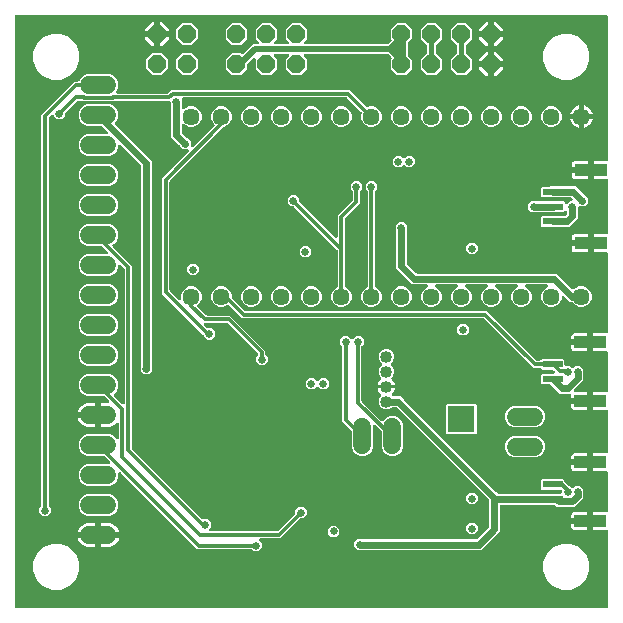
<source format=gbr>
G04 EAGLE Gerber RS-274X export*
G75*
%MOMM*%
%FSLAX34Y34*%
%LPD*%
%INBottom Copper*%
%IPPOS*%
%AMOC8*
5,1,8,0,0,1.08239X$1,22.5*%
G01*
%ADD10C,1.016000*%
%ADD11C,1.524000*%
%ADD12R,2.286000X2.286000*%
%ADD13P,1.649562X8X202.500000*%
%ADD14C,1.447800*%
%ADD15R,1.700000X0.600000*%
%ADD16R,2.700000X1.000000*%
%ADD17P,1.649562X8X22.500000*%
%ADD18C,0.654800*%
%ADD19C,0.609600*%
%ADD20C,0.304800*%
%ADD21C,0.406400*%
%ADD22C,0.812800*%
%ADD23C,0.508000*%

G36*
X1183123Y536845D02*
X1183123Y536845D01*
X1183242Y536852D01*
X1183280Y536865D01*
X1183321Y536870D01*
X1183431Y536913D01*
X1183544Y536950D01*
X1183579Y536972D01*
X1183616Y536987D01*
X1183712Y537056D01*
X1183813Y537120D01*
X1183841Y537150D01*
X1183874Y537173D01*
X1183950Y537265D01*
X1184031Y537352D01*
X1184051Y537387D01*
X1184076Y537418D01*
X1184127Y537526D01*
X1184185Y537630D01*
X1184195Y537670D01*
X1184212Y537706D01*
X1184234Y537823D01*
X1184264Y537938D01*
X1184268Y537998D01*
X1184272Y538018D01*
X1184270Y538039D01*
X1184274Y538099D01*
X1184274Y601948D01*
X1184259Y602066D01*
X1184252Y602185D01*
X1184239Y602223D01*
X1184234Y602264D01*
X1184191Y602374D01*
X1184154Y602487D01*
X1184132Y602522D01*
X1184117Y602559D01*
X1184048Y602655D01*
X1183984Y602756D01*
X1183954Y602784D01*
X1183931Y602817D01*
X1183839Y602893D01*
X1183752Y602974D01*
X1183717Y602994D01*
X1183686Y603019D01*
X1183578Y603070D01*
X1183474Y603128D01*
X1183434Y603138D01*
X1183398Y603155D01*
X1183281Y603177D01*
X1183166Y603207D01*
X1183106Y603211D01*
X1183086Y603215D01*
X1183065Y603213D01*
X1183005Y603217D01*
X1171920Y603217D01*
X1171920Y609528D01*
X1171905Y609646D01*
X1171898Y609765D01*
X1171885Y609803D01*
X1171880Y609843D01*
X1171837Y609954D01*
X1171800Y610067D01*
X1171778Y610101D01*
X1171763Y610139D01*
X1171694Y610235D01*
X1171630Y610336D01*
X1171600Y610364D01*
X1171577Y610396D01*
X1171485Y610472D01*
X1171398Y610554D01*
X1171363Y610573D01*
X1171332Y610599D01*
X1171224Y610650D01*
X1171120Y610707D01*
X1171080Y610717D01*
X1171044Y610735D01*
X1170937Y610755D01*
X1170967Y610759D01*
X1171077Y610803D01*
X1171190Y610839D01*
X1171225Y610861D01*
X1171262Y610876D01*
X1171358Y610946D01*
X1171459Y611009D01*
X1171487Y611039D01*
X1171520Y611063D01*
X1171596Y611154D01*
X1171677Y611241D01*
X1171697Y611276D01*
X1171722Y611308D01*
X1171773Y611415D01*
X1171831Y611520D01*
X1171841Y611559D01*
X1171858Y611595D01*
X1171880Y611712D01*
X1171910Y611828D01*
X1171914Y611888D01*
X1171918Y611908D01*
X1171916Y611928D01*
X1171920Y611988D01*
X1171920Y618299D01*
X1183005Y618299D01*
X1183123Y618314D01*
X1183242Y618321D01*
X1183280Y618334D01*
X1183321Y618339D01*
X1183431Y618382D01*
X1183544Y618419D01*
X1183579Y618441D01*
X1183616Y618456D01*
X1183712Y618525D01*
X1183813Y618589D01*
X1183841Y618619D01*
X1183874Y618642D01*
X1183950Y618734D01*
X1184031Y618821D01*
X1184051Y618856D01*
X1184076Y618887D01*
X1184127Y618995D01*
X1184185Y619099D01*
X1184195Y619139D01*
X1184212Y619175D01*
X1184234Y619292D01*
X1184264Y619407D01*
X1184268Y619467D01*
X1184272Y619487D01*
X1184270Y619508D01*
X1184274Y619568D01*
X1184274Y651448D01*
X1184259Y651566D01*
X1184252Y651685D01*
X1184239Y651723D01*
X1184234Y651764D01*
X1184191Y651874D01*
X1184154Y651987D01*
X1184132Y652022D01*
X1184117Y652059D01*
X1184048Y652155D01*
X1183984Y652256D01*
X1183954Y652284D01*
X1183931Y652317D01*
X1183839Y652393D01*
X1183752Y652474D01*
X1183717Y652494D01*
X1183686Y652519D01*
X1183578Y652570D01*
X1183474Y652628D01*
X1183434Y652638D01*
X1183398Y652655D01*
X1183281Y652677D01*
X1183166Y652707D01*
X1183106Y652711D01*
X1183086Y652715D01*
X1183065Y652713D01*
X1183005Y652717D01*
X1171920Y652717D01*
X1171920Y659028D01*
X1171905Y659146D01*
X1171898Y659265D01*
X1171885Y659303D01*
X1171880Y659343D01*
X1171837Y659454D01*
X1171800Y659567D01*
X1171778Y659601D01*
X1171763Y659639D01*
X1171694Y659735D01*
X1171630Y659836D01*
X1171600Y659864D01*
X1171577Y659896D01*
X1171485Y659972D01*
X1171398Y660054D01*
X1171363Y660073D01*
X1171332Y660099D01*
X1171224Y660150D01*
X1171120Y660207D01*
X1171080Y660217D01*
X1171044Y660235D01*
X1170937Y660255D01*
X1170967Y660259D01*
X1171077Y660303D01*
X1171190Y660339D01*
X1171225Y660361D01*
X1171262Y660376D01*
X1171358Y660446D01*
X1171459Y660509D01*
X1171487Y660539D01*
X1171520Y660563D01*
X1171596Y660654D01*
X1171677Y660741D01*
X1171697Y660776D01*
X1171722Y660808D01*
X1171773Y660915D01*
X1171831Y661020D01*
X1171841Y661059D01*
X1171858Y661095D01*
X1171880Y661212D01*
X1171910Y661328D01*
X1171914Y661388D01*
X1171918Y661408D01*
X1171916Y661428D01*
X1171920Y661488D01*
X1171920Y667799D01*
X1183005Y667799D01*
X1183123Y667814D01*
X1183242Y667821D01*
X1183280Y667834D01*
X1183321Y667839D01*
X1183431Y667882D01*
X1183544Y667919D01*
X1183579Y667941D01*
X1183616Y667956D01*
X1183712Y668025D01*
X1183813Y668089D01*
X1183841Y668119D01*
X1183874Y668142D01*
X1183950Y668234D01*
X1184031Y668321D01*
X1184051Y668356D01*
X1184076Y668387D01*
X1184127Y668495D01*
X1184185Y668599D01*
X1184195Y668639D01*
X1184212Y668675D01*
X1184234Y668792D01*
X1184264Y668907D01*
X1184268Y668967D01*
X1184272Y668987D01*
X1184270Y669008D01*
X1184274Y669068D01*
X1184274Y703548D01*
X1184259Y703666D01*
X1184252Y703785D01*
X1184239Y703823D01*
X1184234Y703864D01*
X1184191Y703974D01*
X1184154Y704087D01*
X1184132Y704122D01*
X1184117Y704159D01*
X1184048Y704255D01*
X1183984Y704356D01*
X1183954Y704384D01*
X1183931Y704417D01*
X1183839Y704493D01*
X1183752Y704574D01*
X1183717Y704594D01*
X1183686Y704619D01*
X1183578Y704670D01*
X1183474Y704728D01*
X1183434Y704738D01*
X1183398Y704755D01*
X1183281Y704777D01*
X1183166Y704807D01*
X1183106Y704811D01*
X1183086Y704815D01*
X1183065Y704813D01*
X1183005Y704817D01*
X1171920Y704817D01*
X1171920Y711128D01*
X1171905Y711246D01*
X1171898Y711365D01*
X1171885Y711403D01*
X1171880Y711443D01*
X1171837Y711554D01*
X1171800Y711667D01*
X1171778Y711701D01*
X1171763Y711739D01*
X1171694Y711835D01*
X1171630Y711936D01*
X1171600Y711964D01*
X1171577Y711996D01*
X1171485Y712072D01*
X1171398Y712154D01*
X1171363Y712173D01*
X1171332Y712199D01*
X1171224Y712250D01*
X1171120Y712307D01*
X1171080Y712317D01*
X1171044Y712335D01*
X1170937Y712355D01*
X1170967Y712359D01*
X1171077Y712403D01*
X1171190Y712439D01*
X1171225Y712461D01*
X1171262Y712476D01*
X1171358Y712546D01*
X1171459Y712609D01*
X1171487Y712639D01*
X1171520Y712663D01*
X1171596Y712754D01*
X1171677Y712841D01*
X1171697Y712876D01*
X1171722Y712908D01*
X1171773Y713015D01*
X1171831Y713120D01*
X1171841Y713159D01*
X1171858Y713195D01*
X1171880Y713312D01*
X1171910Y713428D01*
X1171914Y713488D01*
X1171918Y713508D01*
X1171916Y713528D01*
X1171920Y713588D01*
X1171920Y719899D01*
X1183005Y719899D01*
X1183123Y719914D01*
X1183242Y719921D01*
X1183280Y719934D01*
X1183321Y719939D01*
X1183431Y719982D01*
X1183544Y720019D01*
X1183579Y720041D01*
X1183616Y720056D01*
X1183712Y720125D01*
X1183813Y720189D01*
X1183841Y720219D01*
X1183874Y720242D01*
X1183950Y720334D01*
X1184031Y720421D01*
X1184051Y720456D01*
X1184076Y720487D01*
X1184127Y720595D01*
X1184185Y720699D01*
X1184195Y720739D01*
X1184212Y720775D01*
X1184234Y720892D01*
X1184264Y721007D01*
X1184268Y721067D01*
X1184272Y721087D01*
X1184270Y721108D01*
X1184274Y721168D01*
X1184274Y753048D01*
X1184259Y753166D01*
X1184252Y753285D01*
X1184239Y753323D01*
X1184234Y753364D01*
X1184191Y753474D01*
X1184154Y753587D01*
X1184132Y753622D01*
X1184117Y753659D01*
X1184048Y753755D01*
X1183984Y753856D01*
X1183954Y753884D01*
X1183931Y753917D01*
X1183839Y753993D01*
X1183752Y754074D01*
X1183717Y754094D01*
X1183686Y754119D01*
X1183578Y754170D01*
X1183474Y754228D01*
X1183434Y754238D01*
X1183398Y754255D01*
X1183281Y754277D01*
X1183166Y754307D01*
X1183106Y754311D01*
X1183086Y754315D01*
X1183065Y754313D01*
X1183005Y754317D01*
X1171920Y754317D01*
X1171920Y760628D01*
X1171905Y760746D01*
X1171898Y760865D01*
X1171885Y760903D01*
X1171880Y760943D01*
X1171837Y761054D01*
X1171800Y761167D01*
X1171778Y761201D01*
X1171763Y761239D01*
X1171694Y761335D01*
X1171630Y761436D01*
X1171600Y761464D01*
X1171577Y761496D01*
X1171485Y761572D01*
X1171398Y761654D01*
X1171363Y761673D01*
X1171332Y761699D01*
X1171224Y761750D01*
X1171120Y761807D01*
X1171080Y761817D01*
X1171044Y761835D01*
X1170937Y761855D01*
X1170967Y761859D01*
X1171077Y761903D01*
X1171190Y761939D01*
X1171225Y761961D01*
X1171262Y761976D01*
X1171358Y762046D01*
X1171459Y762109D01*
X1171487Y762139D01*
X1171520Y762163D01*
X1171596Y762254D01*
X1171677Y762341D01*
X1171697Y762376D01*
X1171722Y762408D01*
X1171773Y762515D01*
X1171831Y762620D01*
X1171841Y762659D01*
X1171858Y762695D01*
X1171880Y762812D01*
X1171910Y762928D01*
X1171914Y762988D01*
X1171918Y763008D01*
X1171916Y763028D01*
X1171920Y763088D01*
X1171920Y769399D01*
X1183005Y769399D01*
X1183123Y769414D01*
X1183242Y769421D01*
X1183280Y769434D01*
X1183321Y769439D01*
X1183431Y769482D01*
X1183544Y769519D01*
X1183579Y769541D01*
X1183616Y769556D01*
X1183712Y769625D01*
X1183813Y769689D01*
X1183841Y769719D01*
X1183874Y769742D01*
X1183950Y769834D01*
X1184031Y769921D01*
X1184051Y769956D01*
X1184076Y769987D01*
X1184127Y770095D01*
X1184185Y770199D01*
X1184195Y770239D01*
X1184212Y770275D01*
X1184234Y770392D01*
X1184264Y770507D01*
X1184268Y770567D01*
X1184272Y770587D01*
X1184270Y770608D01*
X1184274Y770668D01*
X1184274Y836998D01*
X1184259Y837116D01*
X1184252Y837235D01*
X1184239Y837273D01*
X1184234Y837314D01*
X1184191Y837424D01*
X1184154Y837537D01*
X1184132Y837572D01*
X1184117Y837609D01*
X1184048Y837705D01*
X1183984Y837806D01*
X1183954Y837834D01*
X1183931Y837867D01*
X1183839Y837943D01*
X1183752Y838024D01*
X1183717Y838044D01*
X1183686Y838069D01*
X1183578Y838120D01*
X1183474Y838178D01*
X1183434Y838188D01*
X1183398Y838205D01*
X1183281Y838227D01*
X1183166Y838257D01*
X1183106Y838261D01*
X1183086Y838265D01*
X1183065Y838263D01*
X1183005Y838267D01*
X1172238Y838267D01*
X1172238Y844578D01*
X1172223Y844696D01*
X1172215Y844815D01*
X1172203Y844853D01*
X1172198Y844893D01*
X1172154Y845004D01*
X1172117Y845117D01*
X1172096Y845151D01*
X1172081Y845189D01*
X1172011Y845285D01*
X1171947Y845386D01*
X1171918Y845414D01*
X1171894Y845446D01*
X1171802Y845522D01*
X1171716Y845604D01*
X1171680Y845623D01*
X1171649Y845649D01*
X1171541Y845700D01*
X1171437Y845757D01*
X1171398Y845767D01*
X1171361Y845785D01*
X1171255Y845805D01*
X1171284Y845809D01*
X1171395Y845853D01*
X1171508Y845889D01*
X1171542Y845911D01*
X1171580Y845926D01*
X1171676Y845996D01*
X1171777Y846059D01*
X1171804Y846089D01*
X1171837Y846113D01*
X1171913Y846204D01*
X1171995Y846291D01*
X1172014Y846326D01*
X1172040Y846358D01*
X1172091Y846465D01*
X1172148Y846570D01*
X1172158Y846609D01*
X1172175Y846645D01*
X1172198Y846762D01*
X1172228Y846878D01*
X1172231Y846938D01*
X1172235Y846958D01*
X1172234Y846978D01*
X1172238Y847038D01*
X1172238Y853349D01*
X1183005Y853349D01*
X1183123Y853364D01*
X1183242Y853371D01*
X1183280Y853384D01*
X1183321Y853389D01*
X1183431Y853432D01*
X1183544Y853469D01*
X1183579Y853491D01*
X1183616Y853506D01*
X1183712Y853575D01*
X1183813Y853639D01*
X1183841Y853669D01*
X1183874Y853692D01*
X1183950Y853784D01*
X1184031Y853871D01*
X1184051Y853906D01*
X1184076Y853937D01*
X1184127Y854045D01*
X1184185Y854149D01*
X1184195Y854189D01*
X1184212Y854225D01*
X1184234Y854342D01*
X1184264Y854457D01*
X1184268Y854517D01*
X1184272Y854537D01*
X1184270Y854558D01*
X1184274Y854618D01*
X1184274Y898998D01*
X1184259Y899116D01*
X1184252Y899235D01*
X1184239Y899273D01*
X1184234Y899314D01*
X1184191Y899424D01*
X1184154Y899537D01*
X1184132Y899572D01*
X1184117Y899609D01*
X1184048Y899705D01*
X1183984Y899806D01*
X1183954Y899834D01*
X1183931Y899867D01*
X1183839Y899943D01*
X1183752Y900024D01*
X1183717Y900044D01*
X1183686Y900069D01*
X1183578Y900120D01*
X1183474Y900178D01*
X1183434Y900188D01*
X1183398Y900205D01*
X1183281Y900227D01*
X1183166Y900257D01*
X1183106Y900261D01*
X1183086Y900265D01*
X1183065Y900263D01*
X1183005Y900267D01*
X1172238Y900267D01*
X1172238Y906578D01*
X1172223Y906696D01*
X1172215Y906815D01*
X1172203Y906853D01*
X1172198Y906893D01*
X1172154Y907004D01*
X1172117Y907117D01*
X1172096Y907151D01*
X1172081Y907189D01*
X1172011Y907285D01*
X1171947Y907386D01*
X1171918Y907414D01*
X1171894Y907446D01*
X1171802Y907522D01*
X1171716Y907604D01*
X1171680Y907623D01*
X1171649Y907649D01*
X1171541Y907700D01*
X1171437Y907757D01*
X1171398Y907767D01*
X1171361Y907785D01*
X1171255Y907805D01*
X1171284Y907809D01*
X1171395Y907853D01*
X1171508Y907889D01*
X1171542Y907911D01*
X1171580Y907926D01*
X1171676Y907996D01*
X1171777Y908059D01*
X1171804Y908089D01*
X1171837Y908113D01*
X1171913Y908204D01*
X1171995Y908291D01*
X1172014Y908326D01*
X1172040Y908358D01*
X1172091Y908465D01*
X1172148Y908570D01*
X1172158Y908609D01*
X1172175Y908645D01*
X1172198Y908762D01*
X1172228Y908878D01*
X1172231Y908938D01*
X1172235Y908958D01*
X1172234Y908978D01*
X1172238Y909038D01*
X1172238Y915349D01*
X1183005Y915349D01*
X1183123Y915364D01*
X1183242Y915371D01*
X1183280Y915384D01*
X1183321Y915389D01*
X1183431Y915432D01*
X1183544Y915469D01*
X1183579Y915491D01*
X1183616Y915506D01*
X1183712Y915575D01*
X1183813Y915639D01*
X1183841Y915669D01*
X1183874Y915692D01*
X1183950Y915784D01*
X1184031Y915871D01*
X1184051Y915906D01*
X1184076Y915937D01*
X1184127Y916045D01*
X1184185Y916149D01*
X1184195Y916189D01*
X1184212Y916225D01*
X1184234Y916342D01*
X1184264Y916457D01*
X1184268Y916517D01*
X1184272Y916537D01*
X1184270Y916558D01*
X1184274Y916618D01*
X1184274Y1037717D01*
X1184259Y1037835D01*
X1184252Y1037954D01*
X1184239Y1037992D01*
X1184234Y1038033D01*
X1184191Y1038143D01*
X1184154Y1038256D01*
X1184132Y1038291D01*
X1184117Y1038328D01*
X1184048Y1038424D01*
X1183984Y1038525D01*
X1183954Y1038553D01*
X1183931Y1038586D01*
X1183839Y1038662D01*
X1183752Y1038743D01*
X1183717Y1038763D01*
X1183686Y1038788D01*
X1183578Y1038839D01*
X1183474Y1038897D01*
X1183434Y1038907D01*
X1183398Y1038924D01*
X1183281Y1038946D01*
X1183166Y1038976D01*
X1183106Y1038980D01*
X1183086Y1038984D01*
X1183065Y1038982D01*
X1183005Y1038986D01*
X683387Y1038986D01*
X683269Y1038971D01*
X683150Y1038964D01*
X683112Y1038951D01*
X683071Y1038946D01*
X682961Y1038903D01*
X682848Y1038866D01*
X682813Y1038844D01*
X682776Y1038829D01*
X682680Y1038760D01*
X682579Y1038696D01*
X682551Y1038666D01*
X682518Y1038643D01*
X682442Y1038551D01*
X682361Y1038464D01*
X682341Y1038429D01*
X682316Y1038398D01*
X682265Y1038290D01*
X682207Y1038186D01*
X682197Y1038146D01*
X682180Y1038110D01*
X682158Y1037993D01*
X682128Y1037878D01*
X682124Y1037818D01*
X682120Y1037798D01*
X682122Y1037777D01*
X682118Y1037717D01*
X682118Y538099D01*
X682133Y537981D01*
X682140Y537862D01*
X682153Y537824D01*
X682158Y537783D01*
X682201Y537673D01*
X682238Y537560D01*
X682260Y537525D01*
X682275Y537488D01*
X682344Y537392D01*
X682408Y537291D01*
X682438Y537263D01*
X682461Y537230D01*
X682553Y537154D01*
X682640Y537073D01*
X682675Y537053D01*
X682706Y537028D01*
X682814Y536977D01*
X682918Y536919D01*
X682958Y536909D01*
X682994Y536892D01*
X683111Y536870D01*
X683226Y536840D01*
X683286Y536836D01*
X683306Y536832D01*
X683327Y536834D01*
X683387Y536830D01*
X1183005Y536830D01*
X1183123Y536845D01*
G37*
%LPC*%
G36*
X705656Y614605D02*
X705656Y614605D01*
X702845Y617416D01*
X702845Y621392D01*
X704224Y622770D01*
X704284Y622848D01*
X704352Y622920D01*
X704381Y622973D01*
X704418Y623021D01*
X704458Y623112D01*
X704506Y623199D01*
X704521Y623257D01*
X704545Y623313D01*
X704560Y623411D01*
X704585Y623507D01*
X704591Y623607D01*
X704595Y623627D01*
X704593Y623639D01*
X704595Y623667D01*
X704595Y954779D01*
X732543Y982727D01*
X735753Y982727D01*
X735782Y982730D01*
X735811Y982728D01*
X735939Y982750D01*
X736068Y982767D01*
X736096Y982777D01*
X736125Y982782D01*
X736243Y982836D01*
X736364Y982884D01*
X736388Y982901D01*
X736415Y982913D01*
X736516Y982994D01*
X736621Y983070D01*
X736640Y983093D01*
X736663Y983112D01*
X736741Y983215D01*
X736824Y983315D01*
X736837Y983342D01*
X736854Y983366D01*
X736925Y983510D01*
X737483Y984858D01*
X740056Y987431D01*
X743417Y988823D01*
X762295Y988823D01*
X765656Y987431D01*
X768229Y984858D01*
X769621Y981497D01*
X769621Y977859D01*
X768229Y974498D01*
X768214Y974483D01*
X768128Y974373D01*
X768040Y974266D01*
X768031Y974248D01*
X768019Y974232D01*
X767963Y974104D01*
X767904Y973978D01*
X767900Y973959D01*
X767892Y973940D01*
X767871Y973802D01*
X767844Y973666D01*
X767846Y973646D01*
X767843Y973626D01*
X767856Y973488D01*
X767864Y973349D01*
X767870Y973329D01*
X767872Y973309D01*
X767919Y973179D01*
X767962Y973046D01*
X767973Y973029D01*
X767980Y973010D01*
X768058Y972895D01*
X768132Y972777D01*
X768147Y972764D01*
X768158Y972747D01*
X768263Y972655D01*
X768364Y972559D01*
X768382Y972550D01*
X768397Y972536D01*
X768521Y972473D01*
X768642Y972406D01*
X768662Y972401D01*
X768680Y972392D01*
X768816Y972361D01*
X768950Y972327D01*
X768978Y972325D01*
X768990Y972322D01*
X769011Y972323D01*
X769111Y972316D01*
X811008Y972316D01*
X811106Y972329D01*
X811205Y972332D01*
X811263Y972349D01*
X811323Y972356D01*
X811415Y972393D01*
X811511Y972420D01*
X811563Y972451D01*
X811619Y972473D01*
X811699Y972531D01*
X811785Y972582D01*
X811860Y972648D01*
X811876Y972660D01*
X811884Y972669D01*
X811905Y972688D01*
X814804Y975587D01*
X965729Y975587D01*
X979738Y961578D01*
X979761Y961560D01*
X979780Y961537D01*
X979886Y961463D01*
X979989Y961383D01*
X980016Y961371D01*
X980040Y961354D01*
X980161Y961308D01*
X980281Y961257D01*
X980310Y961252D01*
X980337Y961242D01*
X980466Y961227D01*
X980595Y961207D01*
X980624Y961210D01*
X980654Y961206D01*
X980782Y961224D01*
X980911Y961237D01*
X980939Y961247D01*
X980968Y961251D01*
X981121Y961303D01*
X982253Y961772D01*
X985739Y961772D01*
X988960Y960438D01*
X991426Y957972D01*
X992760Y954751D01*
X992760Y951265D01*
X991426Y948044D01*
X988960Y945578D01*
X985739Y944244D01*
X982253Y944244D01*
X979032Y945578D01*
X976566Y948044D01*
X975232Y951265D01*
X975232Y954751D01*
X975701Y955883D01*
X975709Y955912D01*
X975722Y955938D01*
X975751Y956065D01*
X975785Y956190D01*
X975786Y956219D01*
X975792Y956248D01*
X975788Y956378D01*
X975790Y956508D01*
X975783Y956537D01*
X975782Y956566D01*
X975746Y956691D01*
X975716Y956817D01*
X975702Y956843D01*
X975694Y956872D01*
X975628Y956983D01*
X975567Y957098D01*
X975547Y957120D01*
X975532Y957146D01*
X975426Y957266D01*
X963575Y969118D01*
X963497Y969178D01*
X963425Y969246D01*
X963372Y969275D01*
X963324Y969312D01*
X963233Y969352D01*
X963146Y969400D01*
X963087Y969415D01*
X963032Y969439D01*
X962934Y969454D01*
X962838Y969479D01*
X962738Y969485D01*
X962718Y969489D01*
X962705Y969487D01*
X962677Y969489D01*
X824964Y969489D01*
X824846Y969474D01*
X824727Y969467D01*
X824689Y969454D01*
X824648Y969449D01*
X824538Y969406D01*
X824425Y969369D01*
X824390Y969347D01*
X824353Y969332D01*
X824257Y969263D01*
X824156Y969199D01*
X824128Y969169D01*
X824095Y969146D01*
X824019Y969054D01*
X823938Y968967D01*
X823918Y968932D01*
X823893Y968901D01*
X823842Y968793D01*
X823784Y968689D01*
X823774Y968649D01*
X823757Y968613D01*
X823735Y968496D01*
X823705Y968381D01*
X823701Y968321D01*
X823697Y968301D01*
X823699Y968280D01*
X823695Y968220D01*
X823695Y963684D01*
X823683Y963663D01*
X823646Y963615D01*
X823606Y963524D01*
X823558Y963437D01*
X823543Y963379D01*
X823519Y963323D01*
X823504Y963225D01*
X823479Y963129D01*
X823473Y963029D01*
X823469Y963009D01*
X823471Y962997D01*
X823469Y962969D01*
X823469Y960339D01*
X823486Y960201D01*
X823499Y960062D01*
X823506Y960043D01*
X823509Y960023D01*
X823560Y959894D01*
X823607Y959763D01*
X823618Y959746D01*
X823626Y959728D01*
X823707Y959615D01*
X823785Y959500D01*
X823801Y959487D01*
X823812Y959470D01*
X823920Y959381D01*
X824024Y959289D01*
X824042Y959280D01*
X824057Y959267D01*
X824183Y959208D01*
X824307Y959145D01*
X824327Y959140D01*
X824345Y959132D01*
X824482Y959106D01*
X824617Y959075D01*
X824638Y959076D01*
X824657Y959072D01*
X824796Y959081D01*
X824935Y959085D01*
X824955Y959091D01*
X824975Y959092D01*
X825107Y959135D01*
X825241Y959173D01*
X825258Y959184D01*
X825277Y959190D01*
X825395Y959264D01*
X825515Y959335D01*
X825536Y959353D01*
X825546Y959360D01*
X825560Y959375D01*
X825635Y959441D01*
X826632Y960438D01*
X829853Y961772D01*
X833339Y961772D01*
X836560Y960438D01*
X839026Y957972D01*
X840360Y954751D01*
X840360Y951265D01*
X839026Y948044D01*
X836560Y945578D01*
X833339Y944244D01*
X829853Y944244D01*
X826632Y945578D01*
X825635Y946575D01*
X825526Y946659D01*
X825419Y946749D01*
X825400Y946757D01*
X825384Y946770D01*
X825257Y946825D01*
X825131Y946884D01*
X825111Y946888D01*
X825092Y946896D01*
X824954Y946918D01*
X824818Y946944D01*
X824798Y946943D01*
X824778Y946946D01*
X824639Y946933D01*
X824501Y946924D01*
X824482Y946918D01*
X824462Y946916D01*
X824330Y946869D01*
X824199Y946826D01*
X824181Y946815D01*
X824162Y946808D01*
X824047Y946730D01*
X823930Y946656D01*
X823916Y946641D01*
X823899Y946630D01*
X823807Y946526D01*
X823712Y946424D01*
X823702Y946407D01*
X823689Y946391D01*
X823626Y946268D01*
X823558Y946146D01*
X823553Y946126D01*
X823544Y946108D01*
X823514Y945972D01*
X823479Y945838D01*
X823477Y945810D01*
X823474Y945798D01*
X823475Y945777D01*
X823469Y945677D01*
X823469Y940188D01*
X823481Y940090D01*
X823484Y939991D01*
X823501Y939932D01*
X823509Y939872D01*
X823545Y939780D01*
X823573Y939685D01*
X823603Y939633D01*
X823626Y939577D01*
X823684Y939497D01*
X823734Y939411D01*
X823800Y939336D01*
X823812Y939319D01*
X823822Y939311D01*
X823840Y939290D01*
X827812Y935318D01*
X827891Y935258D01*
X827963Y935190D01*
X828016Y935161D01*
X828064Y935124D01*
X828155Y935084D01*
X828241Y935036D01*
X828300Y935021D01*
X828355Y934997D01*
X828453Y934982D01*
X828474Y934976D01*
X831315Y932136D01*
X831315Y928353D01*
X831332Y928215D01*
X831345Y928076D01*
X831352Y928057D01*
X831355Y928037D01*
X831406Y927908D01*
X831453Y927777D01*
X831464Y927760D01*
X831472Y927741D01*
X831553Y927629D01*
X831631Y927514D01*
X831647Y927500D01*
X831658Y927484D01*
X831766Y927395D01*
X831870Y927303D01*
X831888Y927294D01*
X831903Y927281D01*
X832029Y927222D01*
X832153Y927159D01*
X832173Y927154D01*
X832191Y927146D01*
X832327Y927120D01*
X832463Y927089D01*
X832484Y927090D01*
X832503Y927086D01*
X832642Y927094D01*
X832781Y927099D01*
X832801Y927104D01*
X832821Y927106D01*
X832953Y927148D01*
X833087Y927187D01*
X833104Y927197D01*
X833123Y927204D01*
X833241Y927278D01*
X833361Y927349D01*
X833382Y927367D01*
X833392Y927374D01*
X833406Y927389D01*
X833481Y927455D01*
X850921Y944894D01*
X850994Y944989D01*
X851073Y945078D01*
X851091Y945114D01*
X851116Y945146D01*
X851163Y945255D01*
X851217Y945361D01*
X851226Y945400D01*
X851242Y945438D01*
X851261Y945555D01*
X851287Y945671D01*
X851286Y945712D01*
X851292Y945752D01*
X851281Y945870D01*
X851277Y945989D01*
X851266Y946028D01*
X851262Y946068D01*
X851222Y946180D01*
X851189Y946295D01*
X851168Y946329D01*
X851155Y946368D01*
X851088Y946466D01*
X851027Y946569D01*
X850987Y946614D01*
X850976Y946631D01*
X850961Y946644D01*
X850921Y946689D01*
X849566Y948044D01*
X848232Y951265D01*
X848232Y954751D01*
X849566Y957972D01*
X852032Y960438D01*
X855253Y961772D01*
X858739Y961772D01*
X861960Y960438D01*
X864426Y957972D01*
X865760Y954751D01*
X865760Y951265D01*
X864426Y948044D01*
X861960Y945578D01*
X859236Y944450D01*
X859228Y944446D01*
X859219Y944443D01*
X859090Y944367D01*
X858960Y944293D01*
X858953Y944286D01*
X858945Y944281D01*
X858825Y944175D01*
X857887Y943238D01*
X813426Y898777D01*
X813366Y898699D01*
X813298Y898627D01*
X813269Y898574D01*
X813232Y898526D01*
X813192Y898435D01*
X813144Y898348D01*
X813129Y898289D01*
X813105Y898234D01*
X813090Y898136D01*
X813065Y898040D01*
X813059Y897940D01*
X813055Y897920D01*
X813057Y897907D01*
X813055Y897879D01*
X813055Y806207D01*
X813067Y806108D01*
X813070Y806009D01*
X813087Y805951D01*
X813095Y805891D01*
X813131Y805799D01*
X813159Y805704D01*
X813189Y805652D01*
X813212Y805595D01*
X813270Y805515D01*
X813320Y805430D01*
X813386Y805355D01*
X813398Y805338D01*
X813408Y805330D01*
X813426Y805309D01*
X820666Y798070D01*
X820775Y797985D01*
X820882Y797896D01*
X820901Y797888D01*
X820917Y797875D01*
X821045Y797820D01*
X821170Y797761D01*
X821190Y797757D01*
X821209Y797749D01*
X821347Y797727D01*
X821483Y797701D01*
X821503Y797702D01*
X821523Y797699D01*
X821662Y797712D01*
X821800Y797721D01*
X821819Y797727D01*
X821839Y797729D01*
X821971Y797776D01*
X822102Y797819D01*
X822120Y797829D01*
X822139Y797836D01*
X822254Y797914D01*
X822371Y797989D01*
X822385Y798004D01*
X822402Y798015D01*
X822494Y798119D01*
X822589Y798220D01*
X822599Y798238D01*
X822612Y798253D01*
X822676Y798377D01*
X822743Y798499D01*
X822748Y798518D01*
X822757Y798537D01*
X822787Y798672D01*
X822822Y798807D01*
X822824Y798835D01*
X822827Y798847D01*
X822826Y798867D01*
X822832Y798968D01*
X822832Y802351D01*
X824166Y805572D01*
X826632Y808038D01*
X829853Y809372D01*
X833339Y809372D01*
X836560Y808038D01*
X839026Y805572D01*
X840360Y802351D01*
X840360Y798865D01*
X839026Y795644D01*
X837036Y793654D01*
X836963Y793560D01*
X836884Y793471D01*
X836866Y793435D01*
X836841Y793403D01*
X836794Y793294D01*
X836740Y793188D01*
X836731Y793148D01*
X836715Y793111D01*
X836696Y792993D01*
X836670Y792878D01*
X836671Y792837D01*
X836665Y792797D01*
X836676Y792679D01*
X836680Y792560D01*
X836691Y792521D01*
X836695Y792481D01*
X836735Y792368D01*
X836768Y792254D01*
X836789Y792219D01*
X836802Y792181D01*
X836869Y792083D01*
X836930Y791980D01*
X836970Y791935D01*
X836981Y791918D01*
X836996Y791905D01*
X837036Y791859D01*
X843917Y784978D01*
X843995Y784918D01*
X844067Y784850D01*
X844120Y784821D01*
X844168Y784784D01*
X844259Y784744D01*
X844346Y784696D01*
X844405Y784681D01*
X844460Y784657D01*
X844558Y784642D01*
X844654Y784617D01*
X844754Y784611D01*
X844774Y784607D01*
X844787Y784609D01*
X844815Y784607D01*
X864609Y784607D01*
X894335Y754881D01*
X894335Y751531D01*
X894347Y751433D01*
X894350Y751334D01*
X894367Y751276D01*
X894375Y751216D01*
X894411Y751124D01*
X894439Y751029D01*
X894469Y750977D01*
X894492Y750920D01*
X894550Y750840D01*
X894600Y750755D01*
X894666Y750679D01*
X894678Y750663D01*
X894688Y750655D01*
X894706Y750634D01*
X896085Y749256D01*
X896085Y745280D01*
X893274Y742469D01*
X889298Y742469D01*
X886487Y745280D01*
X886487Y749256D01*
X887866Y750634D01*
X887926Y750712D01*
X887994Y750784D01*
X888023Y750837D01*
X888060Y750885D01*
X888100Y750976D01*
X888148Y751063D01*
X888163Y751121D01*
X888187Y751177D01*
X888202Y751275D01*
X888227Y751371D01*
X888233Y751471D01*
X888237Y751491D01*
X888235Y751503D01*
X888237Y751531D01*
X888237Y751829D01*
X888225Y751928D01*
X888222Y752027D01*
X888205Y752085D01*
X888197Y752145D01*
X888161Y752237D01*
X888133Y752332D01*
X888103Y752384D01*
X888080Y752441D01*
X888022Y752521D01*
X887972Y752606D01*
X887906Y752681D01*
X887894Y752698D01*
X887884Y752706D01*
X887866Y752727D01*
X862455Y778138D01*
X862377Y778198D01*
X862305Y778266D01*
X862252Y778295D01*
X862204Y778332D01*
X862113Y778372D01*
X862026Y778420D01*
X861967Y778435D01*
X861912Y778459D01*
X861814Y778474D01*
X861718Y778499D01*
X861618Y778505D01*
X861598Y778509D01*
X861585Y778507D01*
X861557Y778509D01*
X843291Y778509D01*
X843153Y778492D01*
X843014Y778479D01*
X842995Y778472D01*
X842975Y778469D01*
X842846Y778418D01*
X842715Y778371D01*
X842698Y778360D01*
X842679Y778352D01*
X842567Y778271D01*
X842452Y778193D01*
X842438Y778177D01*
X842422Y778166D01*
X842333Y778058D01*
X842241Y777954D01*
X842232Y777936D01*
X842219Y777921D01*
X842160Y777795D01*
X842097Y777671D01*
X842092Y777651D01*
X842084Y777633D01*
X842058Y777497D01*
X842027Y777361D01*
X842028Y777340D01*
X842024Y777321D01*
X842032Y777182D01*
X842037Y777043D01*
X842042Y777023D01*
X842044Y777003D01*
X842086Y776871D01*
X842125Y776737D01*
X842135Y776720D01*
X842142Y776701D01*
X842216Y776583D01*
X842287Y776463D01*
X842305Y776442D01*
X842312Y776432D01*
X842327Y776418D01*
X842393Y776343D01*
X844707Y774028D01*
X844785Y773968D01*
X844857Y773900D01*
X844910Y773871D01*
X844958Y773834D01*
X845049Y773794D01*
X845136Y773746D01*
X845195Y773731D01*
X845250Y773707D01*
X845348Y773692D01*
X845444Y773667D01*
X845544Y773661D01*
X845564Y773657D01*
X845577Y773659D01*
X845605Y773657D01*
X848824Y773657D01*
X851635Y770846D01*
X851635Y766870D01*
X848824Y764059D01*
X844848Y764059D01*
X842037Y766870D01*
X842037Y767549D01*
X842025Y767648D01*
X842022Y767747D01*
X842005Y767805D01*
X841997Y767865D01*
X841961Y767957D01*
X841933Y768052D01*
X841903Y768104D01*
X841880Y768161D01*
X841822Y768241D01*
X841772Y768326D01*
X841706Y768401D01*
X841694Y768418D01*
X841684Y768426D01*
X841666Y768447D01*
X806957Y803155D01*
X806957Y900931D01*
X829209Y923183D01*
X829294Y923292D01*
X829383Y923399D01*
X829391Y923418D01*
X829404Y923434D01*
X829459Y923562D01*
X829518Y923687D01*
X829522Y923707D01*
X829530Y923726D01*
X829552Y923864D01*
X829578Y924000D01*
X829577Y924020D01*
X829580Y924040D01*
X829567Y924179D01*
X829558Y924317D01*
X829552Y924336D01*
X829550Y924356D01*
X829503Y924488D01*
X829460Y924619D01*
X829450Y924637D01*
X829443Y924656D01*
X829365Y924771D01*
X829290Y924888D01*
X829275Y924902D01*
X829264Y924919D01*
X829160Y925011D01*
X829059Y925106D01*
X829041Y925116D01*
X829026Y925129D01*
X828902Y925192D01*
X828780Y925260D01*
X828761Y925265D01*
X828742Y925274D01*
X828607Y925304D01*
X828472Y925339D01*
X828444Y925341D01*
X828432Y925344D01*
X828412Y925343D01*
X828311Y925349D01*
X824528Y925349D01*
X821692Y928186D01*
X821685Y928210D01*
X821677Y928270D01*
X821641Y928362D01*
X821613Y928457D01*
X821583Y928509D01*
X821560Y928565D01*
X821502Y928645D01*
X821452Y928731D01*
X821386Y928806D01*
X821374Y928823D01*
X821364Y928831D01*
X821346Y928852D01*
X814323Y935874D01*
X814323Y962969D01*
X814311Y963067D01*
X814308Y963166D01*
X814291Y963224D01*
X814283Y963284D01*
X814247Y963376D01*
X814219Y963471D01*
X814189Y963523D01*
X814166Y963580D01*
X814108Y963660D01*
X814097Y963678D01*
X814097Y964950D01*
X814082Y965068D01*
X814075Y965186D01*
X814062Y965225D01*
X814057Y965265D01*
X814014Y965376D01*
X813977Y965489D01*
X813955Y965523D01*
X813940Y965561D01*
X813871Y965657D01*
X813807Y965758D01*
X813777Y965785D01*
X813754Y965818D01*
X813662Y965894D01*
X813575Y965976D01*
X813540Y965995D01*
X813509Y966021D01*
X813401Y966072D01*
X813297Y966129D01*
X813257Y966139D01*
X813221Y966156D01*
X813104Y966179D01*
X812989Y966209D01*
X812929Y966212D01*
X812909Y966216D01*
X812888Y966215D01*
X812828Y966219D01*
X766941Y966219D01*
X766843Y966206D01*
X766744Y966203D01*
X766686Y966187D01*
X766625Y966179D01*
X766533Y966143D01*
X766438Y966115D01*
X766386Y966084D01*
X766330Y966062D01*
X766250Y966004D01*
X766178Y965961D01*
X739533Y965961D01*
X739518Y965976D01*
X739465Y966005D01*
X739417Y966042D01*
X739326Y966081D01*
X739240Y966129D01*
X739181Y966144D01*
X739125Y966168D01*
X739027Y966184D01*
X738932Y966209D01*
X738832Y966215D01*
X738811Y966218D01*
X738799Y966217D01*
X738771Y966219D01*
X735344Y966219D01*
X735246Y966206D01*
X735147Y966203D01*
X735089Y966187D01*
X735029Y966179D01*
X734937Y966143D01*
X734841Y966115D01*
X734789Y966084D01*
X734733Y966062D01*
X734653Y966004D01*
X734567Y965953D01*
X734492Y965887D01*
X734476Y965875D01*
X734468Y965866D01*
X734447Y965847D01*
X725006Y956407D01*
X724946Y956329D01*
X724878Y956257D01*
X724849Y956204D01*
X724812Y956156D01*
X724772Y956065D01*
X724724Y955978D01*
X724709Y955919D01*
X724685Y955864D01*
X724670Y955766D01*
X724645Y955670D01*
X724639Y955570D01*
X724635Y955550D01*
X724637Y955537D01*
X724635Y955509D01*
X724635Y953560D01*
X721824Y950749D01*
X717848Y950749D01*
X715033Y953564D01*
X715020Y953671D01*
X715007Y953810D01*
X715000Y953829D01*
X714997Y953849D01*
X714946Y953978D01*
X714899Y954109D01*
X714888Y954126D01*
X714880Y954145D01*
X714799Y954257D01*
X714721Y954372D01*
X714705Y954386D01*
X714694Y954402D01*
X714586Y954491D01*
X714482Y954583D01*
X714464Y954592D01*
X714449Y954605D01*
X714323Y954664D01*
X714199Y954727D01*
X714179Y954732D01*
X714161Y954740D01*
X714024Y954766D01*
X713889Y954797D01*
X713868Y954796D01*
X713849Y954800D01*
X713710Y954792D01*
X713571Y954787D01*
X713551Y954782D01*
X713531Y954780D01*
X713399Y954738D01*
X713265Y954699D01*
X713248Y954689D01*
X713229Y954682D01*
X713111Y954608D01*
X712991Y954537D01*
X712970Y954519D01*
X712960Y954512D01*
X712946Y954497D01*
X712871Y954431D01*
X711064Y952625D01*
X711004Y952547D01*
X710936Y952475D01*
X710907Y952422D01*
X710870Y952374D01*
X710830Y952283D01*
X710782Y952196D01*
X710767Y952137D01*
X710743Y952082D01*
X710728Y951984D01*
X710703Y951888D01*
X710697Y951788D01*
X710693Y951768D01*
X710695Y951755D01*
X710693Y951727D01*
X710693Y623667D01*
X710705Y623569D01*
X710708Y623470D01*
X710725Y623412D01*
X710733Y623352D01*
X710769Y623260D01*
X710797Y623165D01*
X710827Y623113D01*
X710850Y623056D01*
X710908Y622976D01*
X710958Y622891D01*
X711024Y622815D01*
X711036Y622799D01*
X711046Y622791D01*
X711064Y622770D01*
X712443Y621392D01*
X712443Y617416D01*
X709632Y614605D01*
X705656Y614605D01*
G37*
%LPD*%
%LPC*%
G36*
X884218Y584989D02*
X884218Y584989D01*
X882840Y586368D01*
X882762Y586428D01*
X882690Y586496D01*
X882637Y586525D01*
X882589Y586562D01*
X882498Y586602D01*
X882411Y586650D01*
X882353Y586665D01*
X882297Y586689D01*
X882199Y586704D01*
X882103Y586729D01*
X882003Y586735D01*
X881983Y586739D01*
X881971Y586737D01*
X881943Y586739D01*
X836683Y586739D01*
X771787Y651635D01*
X771678Y651720D01*
X771571Y651809D01*
X771552Y651817D01*
X771536Y651830D01*
X771408Y651885D01*
X771283Y651944D01*
X771263Y651948D01*
X771244Y651956D01*
X771106Y651978D01*
X770970Y652004D01*
X770950Y652003D01*
X770930Y652006D01*
X770791Y651993D01*
X770653Y651984D01*
X770634Y651978D01*
X770614Y651976D01*
X770482Y651929D01*
X770351Y651886D01*
X770333Y651876D01*
X770314Y651869D01*
X770199Y651791D01*
X770082Y651716D01*
X770068Y651701D01*
X770051Y651690D01*
X769959Y651586D01*
X769864Y651485D01*
X769854Y651467D01*
X769841Y651452D01*
X769777Y651328D01*
X769710Y651206D01*
X769705Y651187D01*
X769696Y651168D01*
X769666Y651033D01*
X769631Y650898D01*
X769629Y650870D01*
X769626Y650858D01*
X769627Y650838D01*
X769621Y650737D01*
X769621Y647659D01*
X768229Y644298D01*
X765656Y641725D01*
X762295Y640333D01*
X743417Y640333D01*
X740056Y641725D01*
X737483Y644298D01*
X736091Y647659D01*
X736091Y651297D01*
X737483Y654658D01*
X740056Y657231D01*
X743417Y658623D01*
X761735Y658623D01*
X761873Y658640D01*
X762012Y658653D01*
X762031Y658660D01*
X762051Y658663D01*
X762180Y658714D01*
X762311Y658761D01*
X762328Y658772D01*
X762347Y658780D01*
X762459Y658861D01*
X762574Y658939D01*
X762588Y658955D01*
X762604Y658966D01*
X762693Y659074D01*
X762785Y659178D01*
X762794Y659196D01*
X762807Y659211D01*
X762866Y659337D01*
X762929Y659461D01*
X762934Y659481D01*
X762942Y659499D01*
X762968Y659635D01*
X762999Y659771D01*
X762998Y659792D01*
X763002Y659811D01*
X762994Y659950D01*
X762989Y660089D01*
X762984Y660109D01*
X762982Y660129D01*
X762940Y660261D01*
X762901Y660395D01*
X762891Y660412D01*
X762884Y660431D01*
X762810Y660549D01*
X762739Y660669D01*
X762721Y660690D01*
X762714Y660700D01*
X762699Y660714D01*
X762633Y660789D01*
X758061Y665362D01*
X757983Y665422D01*
X757911Y665490D01*
X757858Y665519D01*
X757810Y665556D01*
X757719Y665596D01*
X757632Y665644D01*
X757574Y665659D01*
X757518Y665683D01*
X757420Y665698D01*
X757324Y665723D01*
X757224Y665729D01*
X757204Y665733D01*
X757191Y665731D01*
X757163Y665733D01*
X743417Y665733D01*
X740056Y667125D01*
X737483Y669698D01*
X736091Y673059D01*
X736091Y676697D01*
X737483Y680058D01*
X740056Y682631D01*
X743417Y684023D01*
X762295Y684023D01*
X765656Y682631D01*
X767961Y680326D01*
X768070Y680241D01*
X768177Y680152D01*
X768196Y680144D01*
X768212Y680131D01*
X768340Y680076D01*
X768465Y680017D01*
X768485Y680013D01*
X768504Y680005D01*
X768642Y679983D01*
X768778Y679957D01*
X768798Y679958D01*
X768818Y679955D01*
X768957Y679968D01*
X769095Y679977D01*
X769114Y679983D01*
X769134Y679985D01*
X769266Y680032D01*
X769397Y680075D01*
X769415Y680085D01*
X769434Y680092D01*
X769549Y680170D01*
X769666Y680245D01*
X769680Y680260D01*
X769697Y680271D01*
X769789Y680375D01*
X769884Y680476D01*
X769894Y680494D01*
X769907Y680509D01*
X769971Y680633D01*
X770038Y680755D01*
X770043Y680774D01*
X770052Y680793D01*
X770082Y680928D01*
X770117Y681063D01*
X770119Y681091D01*
X770122Y681103D01*
X770121Y681123D01*
X770127Y681224D01*
X770127Y692496D01*
X770110Y692634D01*
X770097Y692772D01*
X770090Y692791D01*
X770087Y692811D01*
X770036Y692940D01*
X769989Y693071D01*
X769978Y693088D01*
X769970Y693107D01*
X769889Y693219D01*
X769811Y693334D01*
X769795Y693348D01*
X769784Y693364D01*
X769676Y693453D01*
X769572Y693545D01*
X769554Y693554D01*
X769539Y693567D01*
X769413Y693626D01*
X769289Y693689D01*
X769269Y693694D01*
X769251Y693703D01*
X769114Y693729D01*
X768979Y693759D01*
X768958Y693758D01*
X768939Y693762D01*
X768800Y693754D01*
X768661Y693749D01*
X768641Y693744D01*
X768621Y693743D01*
X768489Y693700D01*
X768355Y693661D01*
X768338Y693651D01*
X768319Y693645D01*
X768201Y693570D01*
X768081Y693499D01*
X768060Y693481D01*
X768050Y693474D01*
X768036Y693459D01*
X767961Y693393D01*
X767095Y692528D01*
X765801Y691588D01*
X764376Y690862D01*
X762855Y690367D01*
X761276Y690117D01*
X755395Y690117D01*
X755395Y699008D01*
X755380Y699126D01*
X755373Y699245D01*
X755360Y699283D01*
X755355Y699323D01*
X755312Y699434D01*
X755275Y699547D01*
X755253Y699581D01*
X755238Y699619D01*
X755168Y699715D01*
X755105Y699816D01*
X755075Y699844D01*
X755051Y699876D01*
X754960Y699952D01*
X754873Y700034D01*
X754838Y700053D01*
X754807Y700079D01*
X754699Y700130D01*
X754595Y700187D01*
X754555Y700198D01*
X754519Y700215D01*
X754402Y700237D01*
X754287Y700267D01*
X754226Y700271D01*
X754206Y700275D01*
X754186Y700273D01*
X754126Y700277D01*
X752855Y700277D01*
X752855Y700279D01*
X754126Y700279D01*
X754244Y700294D01*
X754363Y700301D01*
X754401Y700314D01*
X754441Y700319D01*
X754552Y700363D01*
X754665Y700399D01*
X754700Y700421D01*
X754737Y700436D01*
X754833Y700506D01*
X754934Y700569D01*
X754962Y700599D01*
X754995Y700623D01*
X755070Y700714D01*
X755152Y700801D01*
X755172Y700836D01*
X755197Y700868D01*
X755248Y700975D01*
X755306Y701080D01*
X755316Y701119D01*
X755333Y701155D01*
X755355Y701272D01*
X755385Y701387D01*
X755389Y701448D01*
X755393Y701468D01*
X755391Y701488D01*
X755395Y701548D01*
X755395Y710439D01*
X760719Y710439D01*
X760857Y710456D01*
X760996Y710469D01*
X761015Y710476D01*
X761035Y710479D01*
X761164Y710530D01*
X761295Y710577D01*
X761312Y710588D01*
X761331Y710596D01*
X761443Y710677D01*
X761558Y710755D01*
X761572Y710771D01*
X761588Y710782D01*
X761677Y710890D01*
X761769Y710994D01*
X761778Y711012D01*
X761791Y711027D01*
X761850Y711153D01*
X761913Y711277D01*
X761918Y711297D01*
X761926Y711315D01*
X761952Y711451D01*
X761983Y711587D01*
X761982Y711608D01*
X761986Y711627D01*
X761978Y711766D01*
X761973Y711905D01*
X761968Y711925D01*
X761966Y711945D01*
X761924Y712077D01*
X761885Y712211D01*
X761875Y712228D01*
X761868Y712247D01*
X761794Y712365D01*
X761723Y712485D01*
X761705Y712506D01*
X761698Y712516D01*
X761683Y712530D01*
X761617Y712605D01*
X758061Y716162D01*
X757983Y716222D01*
X757911Y716290D01*
X757858Y716319D01*
X757810Y716356D01*
X757719Y716396D01*
X757632Y716444D01*
X757573Y716459D01*
X757518Y716483D01*
X757420Y716498D01*
X757324Y716523D01*
X757224Y716529D01*
X757204Y716533D01*
X757191Y716531D01*
X757163Y716533D01*
X743417Y716533D01*
X740056Y717925D01*
X737483Y720498D01*
X736091Y723859D01*
X736091Y727497D01*
X737483Y730858D01*
X740056Y733431D01*
X743417Y734823D01*
X762295Y734823D01*
X765656Y733431D01*
X768229Y730858D01*
X769621Y727497D01*
X769621Y723859D01*
X768229Y720498D01*
X766186Y718455D01*
X766112Y718361D01*
X766034Y718272D01*
X766015Y718236D01*
X765991Y718204D01*
X765943Y718094D01*
X765889Y717988D01*
X765880Y717949D01*
X765864Y717912D01*
X765846Y717794D01*
X765820Y717678D01*
X765821Y717638D01*
X765814Y717598D01*
X765826Y717479D01*
X765829Y717360D01*
X765840Y717321D01*
X765844Y717281D01*
X765885Y717169D01*
X765918Y717055D01*
X765938Y717020D01*
X765952Y716982D01*
X766019Y716883D01*
X766079Y716781D01*
X766119Y716736D01*
X766130Y716719D01*
X766146Y716705D01*
X766186Y716660D01*
X773041Y709805D01*
X773124Y709740D01*
X773176Y709691D01*
X773203Y709676D01*
X773257Y709631D01*
X773276Y709623D01*
X773292Y709610D01*
X773420Y709555D01*
X773446Y709542D01*
X773455Y709537D01*
X773458Y709537D01*
X773545Y709496D01*
X773565Y709492D01*
X773584Y709484D01*
X773722Y709462D01*
X773858Y709436D01*
X773878Y709437D01*
X773898Y709434D01*
X774037Y709447D01*
X774175Y709456D01*
X774194Y709462D01*
X774214Y709464D01*
X774346Y709511D01*
X774477Y709554D01*
X774495Y709564D01*
X774514Y709571D01*
X774629Y709649D01*
X774746Y709724D01*
X774760Y709739D01*
X774777Y709750D01*
X774869Y709854D01*
X774964Y709955D01*
X774974Y709973D01*
X774987Y709988D01*
X775051Y710112D01*
X775118Y710234D01*
X775123Y710253D01*
X775132Y710272D01*
X775143Y710319D01*
X775145Y710324D01*
X775152Y710362D01*
X775162Y710407D01*
X775197Y710542D01*
X775199Y710570D01*
X775202Y710582D01*
X775201Y710602D01*
X775202Y710624D01*
X775205Y710636D01*
X775204Y710649D01*
X775207Y710703D01*
X775207Y823515D01*
X775195Y823613D01*
X775192Y823712D01*
X775175Y823770D01*
X775167Y823830D01*
X775131Y823922D01*
X775103Y824017D01*
X775073Y824070D01*
X775050Y824126D01*
X774992Y824206D01*
X774942Y824291D01*
X774876Y824367D01*
X774864Y824383D01*
X774854Y824391D01*
X774836Y824412D01*
X771787Y827460D01*
X771678Y827546D01*
X771571Y827634D01*
X771552Y827643D01*
X771536Y827655D01*
X771408Y827711D01*
X771283Y827770D01*
X771263Y827773D01*
X771244Y827782D01*
X771106Y827803D01*
X770970Y827829D01*
X770950Y827828D01*
X770930Y827831D01*
X770791Y827818D01*
X770653Y827810D01*
X770634Y827804D01*
X770614Y827802D01*
X770482Y827754D01*
X770351Y827712D01*
X770333Y827701D01*
X770314Y827694D01*
X770199Y827616D01*
X770082Y827542D01*
X770068Y827527D01*
X770051Y827515D01*
X769959Y827411D01*
X769864Y827310D01*
X769854Y827292D01*
X769841Y827277D01*
X769777Y827153D01*
X769710Y827031D01*
X769705Y827012D01*
X769696Y826994D01*
X769666Y826858D01*
X769631Y826723D01*
X769629Y826695D01*
X769626Y826683D01*
X769627Y826663D01*
X769621Y826563D01*
X769621Y825459D01*
X768229Y822098D01*
X765656Y819525D01*
X762295Y818133D01*
X743417Y818133D01*
X740056Y819525D01*
X737483Y822098D01*
X736091Y825459D01*
X736091Y829097D01*
X737483Y832458D01*
X740056Y835031D01*
X743417Y836423D01*
X759761Y836423D01*
X759898Y836440D01*
X760037Y836453D01*
X760056Y836460D01*
X760076Y836463D01*
X760205Y836514D01*
X760336Y836561D01*
X760353Y836572D01*
X760372Y836580D01*
X760484Y836661D01*
X760600Y836739D01*
X760613Y836755D01*
X760629Y836766D01*
X760718Y836874D01*
X760810Y836978D01*
X760819Y836996D01*
X760832Y837011D01*
X760891Y837137D01*
X760955Y837261D01*
X760959Y837281D01*
X760968Y837299D01*
X760994Y837435D01*
X761024Y837571D01*
X761024Y837592D01*
X761027Y837611D01*
X761019Y837750D01*
X761015Y837889D01*
X761009Y837909D01*
X761008Y837929D01*
X760965Y838061D01*
X760926Y838195D01*
X760916Y838212D01*
X760910Y838231D01*
X760835Y838349D01*
X760765Y838469D01*
X760746Y838490D01*
X760740Y838500D01*
X760725Y838514D01*
X760658Y838589D01*
X756086Y843162D01*
X756008Y843222D01*
X755936Y843290D01*
X755883Y843319D01*
X755835Y843356D01*
X755744Y843396D01*
X755657Y843444D01*
X755599Y843459D01*
X755543Y843483D01*
X755445Y843498D01*
X755349Y843523D01*
X755249Y843529D01*
X755229Y843533D01*
X755217Y843531D01*
X755189Y843533D01*
X743417Y843533D01*
X740056Y844925D01*
X737483Y847498D01*
X736091Y850859D01*
X736091Y854497D01*
X737483Y857858D01*
X740056Y860431D01*
X743417Y861823D01*
X762295Y861823D01*
X765656Y860431D01*
X768229Y857858D01*
X769621Y854497D01*
X769621Y850859D01*
X768229Y847498D01*
X765656Y844925D01*
X765494Y844858D01*
X765451Y844834D01*
X765404Y844817D01*
X765313Y844755D01*
X765218Y844701D01*
X765182Y844666D01*
X765141Y844638D01*
X765068Y844556D01*
X764990Y844480D01*
X764964Y844437D01*
X764931Y844400D01*
X764881Y844302D01*
X764823Y844209D01*
X764809Y844161D01*
X764786Y844117D01*
X764762Y844010D01*
X764730Y843905D01*
X764727Y843855D01*
X764717Y843806D01*
X764720Y843696D01*
X764715Y843587D01*
X764725Y843538D01*
X764726Y843489D01*
X764757Y843383D01*
X764779Y843275D01*
X764801Y843231D01*
X764815Y843183D01*
X764870Y843089D01*
X764919Y842990D01*
X764951Y842952D01*
X764976Y842909D01*
X765083Y842788D01*
X781305Y826566D01*
X781305Y672857D01*
X781317Y672758D01*
X781320Y672659D01*
X781337Y672601D01*
X781345Y672541D01*
X781381Y672449D01*
X781409Y672354D01*
X781439Y672302D01*
X781462Y672245D01*
X781520Y672165D01*
X781570Y672080D01*
X781636Y672005D01*
X781648Y671988D01*
X781658Y671980D01*
X781676Y671959D01*
X840925Y612710D01*
X841003Y612650D01*
X841075Y612582D01*
X841128Y612553D01*
X841176Y612516D01*
X841267Y612476D01*
X841354Y612428D01*
X841413Y612413D01*
X841468Y612389D01*
X841566Y612374D01*
X841662Y612349D01*
X841762Y612343D01*
X841782Y612339D01*
X841795Y612341D01*
X841823Y612339D01*
X845268Y612339D01*
X848079Y609528D01*
X848079Y605552D01*
X846674Y604147D01*
X846589Y604038D01*
X846500Y603931D01*
X846491Y603912D01*
X846479Y603896D01*
X846424Y603768D01*
X846364Y603643D01*
X846361Y603623D01*
X846353Y603604D01*
X846331Y603466D01*
X846305Y603330D01*
X846306Y603310D01*
X846303Y603290D01*
X846316Y603151D01*
X846324Y603013D01*
X846331Y602994D01*
X846333Y602974D01*
X846380Y602842D01*
X846422Y602711D01*
X846433Y602693D01*
X846440Y602674D01*
X846518Y602559D01*
X846593Y602442D01*
X846607Y602428D01*
X846619Y602411D01*
X846723Y602319D01*
X846824Y602224D01*
X846842Y602214D01*
X846857Y602201D01*
X846981Y602137D01*
X847103Y602070D01*
X847122Y602065D01*
X847140Y602056D01*
X847276Y602026D01*
X847411Y601991D01*
X847439Y601989D01*
X847451Y601986D01*
X847471Y601987D01*
X847571Y601981D01*
X903721Y601981D01*
X903820Y601993D01*
X903919Y601996D01*
X903977Y602013D01*
X904037Y602021D01*
X904129Y602057D01*
X904224Y602085D01*
X904276Y602115D01*
X904333Y602138D01*
X904413Y602196D01*
X904498Y602246D01*
X904573Y602312D01*
X904590Y602324D01*
X904598Y602334D01*
X904619Y602352D01*
X919136Y616869D01*
X919196Y616947D01*
X919264Y617019D01*
X919293Y617072D01*
X919330Y617120D01*
X919370Y617211D01*
X919418Y617298D01*
X919433Y617357D01*
X919457Y617412D01*
X919472Y617510D01*
X919497Y617606D01*
X919503Y617706D01*
X919507Y617726D01*
X919505Y617739D01*
X919507Y617767D01*
X919507Y619716D01*
X922318Y622527D01*
X926294Y622527D01*
X929105Y619716D01*
X929105Y615740D01*
X926294Y612929D01*
X924345Y612929D01*
X924246Y612917D01*
X924147Y612914D01*
X924089Y612897D01*
X924029Y612889D01*
X923937Y612853D01*
X923842Y612825D01*
X923790Y612795D01*
X923733Y612772D01*
X923653Y612714D01*
X923568Y612664D01*
X923493Y612598D01*
X923476Y612586D01*
X923468Y612576D01*
X923447Y612558D01*
X906773Y595883D01*
X889961Y595883D01*
X889824Y595866D01*
X889685Y595853D01*
X889666Y595846D01*
X889646Y595843D01*
X889517Y595792D01*
X889386Y595745D01*
X889369Y595734D01*
X889350Y595726D01*
X889238Y595645D01*
X889123Y595567D01*
X889109Y595551D01*
X889093Y595540D01*
X889004Y595432D01*
X888912Y595328D01*
X888903Y595310D01*
X888890Y595295D01*
X888831Y595169D01*
X888768Y595045D01*
X888763Y595025D01*
X888754Y595007D01*
X888728Y594871D01*
X888698Y594735D01*
X888699Y594714D01*
X888695Y594695D01*
X888703Y594556D01*
X888708Y594417D01*
X888713Y594397D01*
X888714Y594377D01*
X888757Y594245D01*
X888796Y594111D01*
X888806Y594094D01*
X888812Y594075D01*
X888887Y593957D01*
X888958Y593837D01*
X888976Y593816D01*
X888983Y593806D01*
X888998Y593792D01*
X889064Y593717D01*
X891005Y591776D01*
X891005Y587800D01*
X888194Y584989D01*
X884218Y584989D01*
G37*
%LPD*%
%LPC*%
G36*
X972356Y585751D02*
X972356Y585751D01*
X969545Y588562D01*
X969545Y592538D01*
X972356Y595349D01*
X976368Y595349D01*
X976389Y595337D01*
X976437Y595300D01*
X976528Y595260D01*
X976615Y595212D01*
X976673Y595197D01*
X976729Y595173D01*
X976827Y595158D01*
X976923Y595133D01*
X977023Y595127D01*
X977043Y595123D01*
X977055Y595125D01*
X977083Y595123D01*
X1072508Y595123D01*
X1072606Y595135D01*
X1072705Y595138D01*
X1072764Y595155D01*
X1072824Y595163D01*
X1072916Y595199D01*
X1073011Y595227D01*
X1073063Y595257D01*
X1073119Y595280D01*
X1073199Y595338D01*
X1073285Y595388D01*
X1073360Y595454D01*
X1073377Y595466D01*
X1073385Y595476D01*
X1073406Y595494D01*
X1083192Y605280D01*
X1083252Y605359D01*
X1083320Y605431D01*
X1083349Y605484D01*
X1083386Y605532D01*
X1083426Y605623D01*
X1083474Y605709D01*
X1083489Y605768D01*
X1083513Y605823D01*
X1083528Y605921D01*
X1083553Y606017D01*
X1083559Y606117D01*
X1083563Y606138D01*
X1083561Y606150D01*
X1083563Y606178D01*
X1083563Y628008D01*
X1083551Y628106D01*
X1083548Y628205D01*
X1083531Y628264D01*
X1083523Y628324D01*
X1083487Y628416D01*
X1083459Y628511D01*
X1083429Y628563D01*
X1083406Y628619D01*
X1083348Y628699D01*
X1083298Y628785D01*
X1083232Y628860D01*
X1083220Y628877D01*
X1083210Y628885D01*
X1083192Y628906D01*
X1005334Y706764D01*
X1005255Y706824D01*
X1005183Y706892D01*
X1005130Y706921D01*
X1005082Y706958D01*
X1004991Y706998D01*
X1004905Y707046D01*
X1004846Y707061D01*
X1004791Y707085D01*
X1004693Y707100D01*
X1004597Y707125D01*
X1004497Y707131D01*
X1004476Y707135D01*
X1004464Y707133D01*
X1004436Y707135D01*
X1001990Y707135D01*
X1001891Y707123D01*
X1001792Y707120D01*
X1001734Y707103D01*
X1001674Y707095D01*
X1001582Y707059D01*
X1001487Y707031D01*
X1001435Y707001D01*
X1001378Y706978D01*
X1001298Y706920D01*
X1001213Y706870D01*
X1001137Y706804D01*
X1001121Y706792D01*
X1001113Y706782D01*
X1001092Y706764D01*
X1000437Y706109D01*
X998010Y705103D01*
X995382Y705103D01*
X992955Y706109D01*
X991097Y707967D01*
X990091Y710394D01*
X990091Y713022D01*
X991097Y715449D01*
X992122Y716475D01*
X992174Y716541D01*
X992233Y716601D01*
X992271Y716666D01*
X992317Y716726D01*
X992350Y716803D01*
X992393Y716876D01*
X992413Y716949D01*
X992443Y717018D01*
X992457Y717101D01*
X992480Y717182D01*
X992481Y717257D01*
X992493Y717332D01*
X992485Y717416D01*
X992487Y717500D01*
X992470Y717573D01*
X992463Y717648D01*
X992435Y717728D01*
X992416Y717810D01*
X992381Y717877D01*
X992356Y717948D01*
X992308Y718018D01*
X992270Y718092D01*
X992219Y718149D01*
X992177Y718211D01*
X992114Y718267D01*
X992058Y718330D01*
X991946Y718415D01*
X991939Y718421D01*
X991936Y718423D01*
X991930Y718427D01*
X991838Y718489D01*
X990777Y719550D01*
X989943Y720798D01*
X989368Y722185D01*
X989242Y722821D01*
X996378Y722821D01*
X996497Y722836D01*
X996615Y722844D01*
X996654Y722856D01*
X996694Y722861D01*
X996708Y722867D01*
X996738Y722861D01*
X996853Y722831D01*
X996913Y722828D01*
X996933Y722824D01*
X996954Y722825D01*
X997014Y722821D01*
X1004150Y722821D01*
X1004024Y722185D01*
X1003449Y720798D01*
X1002615Y719550D01*
X1001513Y718447D01*
X1001428Y718338D01*
X1001339Y718231D01*
X1001330Y718212D01*
X1001318Y718196D01*
X1001263Y718069D01*
X1001203Y717943D01*
X1001200Y717923D01*
X1001192Y717904D01*
X1001170Y717766D01*
X1001144Y717630D01*
X1001145Y717610D01*
X1001142Y717590D01*
X1001155Y717451D01*
X1001163Y717313D01*
X1001170Y717294D01*
X1001171Y717274D01*
X1001219Y717142D01*
X1001261Y717011D01*
X1001272Y716993D01*
X1001279Y716974D01*
X1001357Y716859D01*
X1001432Y716742D01*
X1001446Y716728D01*
X1001458Y716711D01*
X1001562Y716619D01*
X1001663Y716524D01*
X1001681Y716514D01*
X1001696Y716501D01*
X1001820Y716438D01*
X1001942Y716370D01*
X1001961Y716365D01*
X1001979Y716356D01*
X1002115Y716326D01*
X1002250Y716291D01*
X1002278Y716289D01*
X1002290Y716286D01*
X1002310Y716287D01*
X1002410Y716281D01*
X1008750Y716281D01*
X1011800Y713230D01*
X1089658Y635372D01*
X1090928Y634102D01*
X1091007Y634042D01*
X1091079Y633974D01*
X1091132Y633945D01*
X1091180Y633908D01*
X1091271Y633868D01*
X1091357Y633820D01*
X1091416Y633805D01*
X1091471Y633781D01*
X1091569Y633766D01*
X1091665Y633741D01*
X1091765Y633735D01*
X1091786Y633731D01*
X1091798Y633733D01*
X1091826Y633731D01*
X1127712Y633731D01*
X1127810Y633743D01*
X1127909Y633746D01*
X1127967Y633763D01*
X1128027Y633771D01*
X1128058Y633783D01*
X1134953Y633783D01*
X1135051Y633795D01*
X1135150Y633798D01*
X1135209Y633815D01*
X1135269Y633823D01*
X1135289Y633831D01*
X1142711Y633831D01*
X1142793Y633818D01*
X1142889Y633793D01*
X1142989Y633787D01*
X1143009Y633783D01*
X1143021Y633785D01*
X1143049Y633783D01*
X1144107Y633783D01*
X1144225Y633798D01*
X1144344Y633805D01*
X1144382Y633818D01*
X1144422Y633823D01*
X1144533Y633866D01*
X1144646Y633903D01*
X1144680Y633925D01*
X1144718Y633940D01*
X1144814Y634009D01*
X1144915Y634073D01*
X1144943Y634103D01*
X1144975Y634126D01*
X1145051Y634218D01*
X1145133Y634305D01*
X1145152Y634340D01*
X1145178Y634371D01*
X1145229Y634479D01*
X1145286Y634583D01*
X1145297Y634623D01*
X1145314Y634659D01*
X1145336Y634776D01*
X1145366Y634891D01*
X1145370Y634951D01*
X1145374Y634971D01*
X1145372Y634992D01*
X1145376Y635052D01*
X1145376Y635964D01*
X1145361Y636082D01*
X1145354Y636201D01*
X1145341Y636239D01*
X1145336Y636280D01*
X1145292Y636390D01*
X1145256Y636503D01*
X1145234Y636538D01*
X1145219Y636575D01*
X1145149Y636671D01*
X1145086Y636772D01*
X1145056Y636800D01*
X1145032Y636833D01*
X1144941Y636909D01*
X1144854Y636990D01*
X1144819Y637010D01*
X1144787Y637035D01*
X1144680Y637086D01*
X1144575Y637144D01*
X1144536Y637154D01*
X1144500Y637171D01*
X1144383Y637193D01*
X1144268Y637223D01*
X1144207Y637227D01*
X1144187Y637231D01*
X1144167Y637229D01*
X1144107Y637233D01*
X1128289Y637233D01*
X1127396Y638126D01*
X1127396Y645390D01*
X1128289Y646283D01*
X1146553Y646283D01*
X1147446Y645390D01*
X1147446Y644191D01*
X1147458Y644092D01*
X1147461Y643993D01*
X1147478Y643935D01*
X1147486Y643875D01*
X1147522Y643783D01*
X1147550Y643688D01*
X1147580Y643636D01*
X1147603Y643579D01*
X1147661Y643499D01*
X1147711Y643414D01*
X1147777Y643339D01*
X1147789Y643322D01*
X1147799Y643314D01*
X1147817Y643293D01*
X1148461Y642649D01*
X1150432Y640678D01*
X1150510Y640618D01*
X1150582Y640550D01*
X1150635Y640521D01*
X1150683Y640484D01*
X1150774Y640444D01*
X1150861Y640396D01*
X1150919Y640381D01*
X1150975Y640357D01*
X1151073Y640342D01*
X1151169Y640317D01*
X1151269Y640311D01*
X1151289Y640307D01*
X1151302Y640309D01*
X1151330Y640307D01*
X1152163Y640307D01*
X1153567Y638902D01*
X1153662Y638829D01*
X1153751Y638750D01*
X1153787Y638732D01*
X1153819Y638707D01*
X1153928Y638660D01*
X1154034Y638606D01*
X1154073Y638597D01*
X1154110Y638581D01*
X1154228Y638562D01*
X1154344Y638536D01*
X1154385Y638537D01*
X1154425Y638531D01*
X1154543Y638542D01*
X1154662Y638546D01*
X1154701Y638557D01*
X1154741Y638561D01*
X1154853Y638601D01*
X1154968Y638634D01*
X1155002Y638654D01*
X1155040Y638668D01*
X1155139Y638735D01*
X1155241Y638796D01*
X1155287Y638835D01*
X1155304Y638847D01*
X1155317Y638862D01*
X1155362Y638902D01*
X1156767Y640307D01*
X1160743Y640307D01*
X1163554Y637496D01*
X1163554Y633520D01*
X1163473Y633440D01*
X1163413Y633362D01*
X1163345Y633290D01*
X1163316Y633237D01*
X1163278Y633189D01*
X1163239Y633098D01*
X1163191Y633011D01*
X1163176Y632953D01*
X1163152Y632897D01*
X1163136Y632799D01*
X1163112Y632703D01*
X1163105Y632603D01*
X1163102Y632583D01*
X1163103Y632571D01*
X1163102Y632543D01*
X1163102Y630154D01*
X1155529Y622581D01*
X1140791Y622581D01*
X1139159Y624214D01*
X1139081Y624274D01*
X1139009Y624342D01*
X1138956Y624371D01*
X1138908Y624408D01*
X1138817Y624448D01*
X1138730Y624496D01*
X1138672Y624511D01*
X1138616Y624535D01*
X1138518Y624550D01*
X1138422Y624575D01*
X1138322Y624581D01*
X1138302Y624585D01*
X1138290Y624583D01*
X1138262Y624585D01*
X1093978Y624585D01*
X1093860Y624570D01*
X1093741Y624563D01*
X1093703Y624550D01*
X1093662Y624545D01*
X1093552Y624502D01*
X1093439Y624465D01*
X1093404Y624443D01*
X1093367Y624428D01*
X1093271Y624359D01*
X1093170Y624295D01*
X1093142Y624265D01*
X1093109Y624242D01*
X1093033Y624150D01*
X1092952Y624063D01*
X1092932Y624028D01*
X1092907Y623997D01*
X1092856Y623889D01*
X1092798Y623785D01*
X1092788Y623745D01*
X1092771Y623709D01*
X1092749Y623592D01*
X1092719Y623477D01*
X1092715Y623417D01*
X1092711Y623397D01*
X1092713Y623376D01*
X1092709Y623316D01*
X1092709Y601864D01*
X1076822Y585977D01*
X977083Y585977D01*
X976985Y585965D01*
X976886Y585962D01*
X976828Y585945D01*
X976768Y585937D01*
X976676Y585901D01*
X976581Y585873D01*
X976529Y585843D01*
X976472Y585820D01*
X976392Y585762D01*
X976374Y585751D01*
X972356Y585751D01*
G37*
%LPD*%
%LPC*%
G36*
X1033053Y791844D02*
X1033053Y791844D01*
X1029832Y793178D01*
X1027366Y795644D01*
X1026032Y798865D01*
X1026032Y802351D01*
X1027366Y805572D01*
X1029832Y808038D01*
X1031140Y808579D01*
X1031201Y808614D01*
X1031265Y808640D01*
X1031338Y808692D01*
X1031416Y808737D01*
X1031466Y808785D01*
X1031523Y808826D01*
X1031580Y808896D01*
X1031645Y808958D01*
X1031681Y809018D01*
X1031726Y809071D01*
X1031764Y809153D01*
X1031811Y809229D01*
X1031831Y809296D01*
X1031861Y809359D01*
X1031878Y809447D01*
X1031904Y809533D01*
X1031908Y809603D01*
X1031921Y809672D01*
X1031915Y809761D01*
X1031920Y809851D01*
X1031905Y809919D01*
X1031901Y809989D01*
X1031873Y810074D01*
X1031855Y810162D01*
X1031825Y810225D01*
X1031803Y810291D01*
X1031755Y810367D01*
X1031716Y810448D01*
X1031670Y810501D01*
X1031633Y810560D01*
X1031567Y810622D01*
X1031509Y810690D01*
X1031452Y810730D01*
X1031401Y810778D01*
X1031323Y810821D01*
X1031249Y810873D01*
X1031184Y810898D01*
X1031123Y810932D01*
X1031036Y810954D01*
X1030952Y810986D01*
X1030882Y810994D01*
X1030815Y811011D01*
X1030654Y811021D01*
X1018551Y811021D01*
X1004823Y824749D01*
X1004823Y856289D01*
X1004811Y856387D01*
X1004808Y856486D01*
X1004791Y856544D01*
X1004783Y856604D01*
X1004747Y856696D01*
X1004719Y856791D01*
X1004689Y856843D01*
X1004666Y856900D01*
X1004608Y856980D01*
X1004597Y856998D01*
X1004597Y861016D01*
X1007408Y863827D01*
X1011384Y863827D01*
X1014195Y861016D01*
X1014195Y857004D01*
X1014183Y856983D01*
X1014146Y856935D01*
X1014106Y856844D01*
X1014058Y856757D01*
X1014043Y856699D01*
X1014019Y856643D01*
X1014004Y856545D01*
X1013979Y856449D01*
X1013973Y856349D01*
X1013969Y856329D01*
X1013971Y856317D01*
X1013969Y856289D01*
X1013969Y829063D01*
X1013981Y828965D01*
X1013984Y828866D01*
X1014001Y828807D01*
X1014009Y828747D01*
X1014045Y828655D01*
X1014073Y828560D01*
X1014103Y828508D01*
X1014126Y828452D01*
X1014184Y828372D01*
X1014234Y828286D01*
X1014300Y828211D01*
X1014312Y828194D01*
X1014322Y828186D01*
X1014340Y828165D01*
X1021967Y820538D01*
X1022046Y820478D01*
X1022118Y820410D01*
X1022171Y820381D01*
X1022219Y820344D01*
X1022310Y820304D01*
X1022396Y820256D01*
X1022455Y820241D01*
X1022510Y820217D01*
X1022608Y820202D01*
X1022704Y820177D01*
X1022804Y820171D01*
X1022825Y820167D01*
X1022837Y820169D01*
X1022865Y820167D01*
X1140905Y820167D01*
X1143956Y817116D01*
X1154036Y807036D01*
X1154130Y806963D01*
X1154219Y806885D01*
X1154255Y806866D01*
X1154287Y806841D01*
X1154396Y806794D01*
X1154502Y806740D01*
X1154542Y806731D01*
X1154579Y806715D01*
X1154697Y806696D01*
X1154813Y806670D01*
X1154853Y806672D01*
X1154893Y806665D01*
X1155012Y806676D01*
X1155130Y806680D01*
X1155169Y806691D01*
X1155210Y806695D01*
X1155322Y806735D01*
X1155436Y806768D01*
X1155471Y806789D01*
X1155509Y806803D01*
X1155607Y806870D01*
X1155710Y806930D01*
X1155755Y806970D01*
X1155772Y806981D01*
X1155786Y806997D01*
X1155831Y807036D01*
X1156832Y808038D01*
X1160053Y809372D01*
X1163539Y809372D01*
X1166760Y808038D01*
X1169226Y805572D01*
X1170560Y802351D01*
X1170560Y798865D01*
X1169226Y795644D01*
X1166760Y793178D01*
X1163539Y791844D01*
X1160053Y791844D01*
X1156832Y793178D01*
X1154347Y795664D01*
X1154268Y795724D01*
X1154196Y795792D01*
X1154143Y795821D01*
X1154095Y795858D01*
X1154004Y795898D01*
X1153918Y795946D01*
X1153859Y795961D01*
X1153804Y795985D01*
X1153706Y796000D01*
X1153610Y796025D01*
X1153510Y796031D01*
X1153490Y796035D01*
X1153477Y796033D01*
X1153449Y796035D01*
X1152103Y796035D01*
X1147326Y800812D01*
X1147217Y800897D01*
X1147110Y800986D01*
X1147091Y800995D01*
X1147075Y801007D01*
X1146947Y801062D01*
X1146822Y801121D01*
X1146802Y801125D01*
X1146783Y801133D01*
X1146645Y801155D01*
X1146509Y801181D01*
X1146489Y801180D01*
X1146469Y801183D01*
X1146330Y801170D01*
X1146192Y801161D01*
X1146173Y801155D01*
X1146153Y801153D01*
X1146021Y801106D01*
X1145890Y801063D01*
X1145872Y801053D01*
X1145853Y801046D01*
X1145738Y800968D01*
X1145621Y800893D01*
X1145607Y800879D01*
X1145590Y800867D01*
X1145498Y800763D01*
X1145403Y800662D01*
X1145393Y800644D01*
X1145380Y800629D01*
X1145316Y800505D01*
X1145249Y800383D01*
X1145244Y800364D01*
X1145235Y800346D01*
X1145205Y800210D01*
X1145170Y800075D01*
X1145168Y800047D01*
X1145165Y800035D01*
X1145166Y800015D01*
X1145160Y799915D01*
X1145160Y798865D01*
X1143826Y795644D01*
X1141360Y793178D01*
X1138139Y791844D01*
X1134653Y791844D01*
X1131432Y793178D01*
X1128966Y795644D01*
X1127632Y798865D01*
X1127632Y802351D01*
X1128966Y805572D01*
X1131432Y808038D01*
X1132740Y808579D01*
X1132801Y808614D01*
X1132865Y808640D01*
X1132938Y808692D01*
X1133016Y808737D01*
X1133066Y808785D01*
X1133123Y808826D01*
X1133180Y808896D01*
X1133245Y808958D01*
X1133281Y809018D01*
X1133326Y809071D01*
X1133364Y809153D01*
X1133411Y809229D01*
X1133431Y809296D01*
X1133461Y809359D01*
X1133478Y809447D01*
X1133504Y809533D01*
X1133508Y809603D01*
X1133521Y809672D01*
X1133515Y809761D01*
X1133520Y809851D01*
X1133505Y809919D01*
X1133501Y809989D01*
X1133474Y810074D01*
X1133455Y810162D01*
X1133425Y810225D01*
X1133403Y810291D01*
X1133355Y810367D01*
X1133316Y810448D01*
X1133270Y810501D01*
X1133233Y810560D01*
X1133167Y810622D01*
X1133109Y810690D01*
X1133052Y810730D01*
X1133001Y810778D01*
X1132923Y810821D01*
X1132849Y810873D01*
X1132784Y810898D01*
X1132723Y810932D01*
X1132636Y810954D01*
X1132552Y810986D01*
X1132482Y810994D01*
X1132415Y811011D01*
X1132254Y811021D01*
X1115138Y811021D01*
X1115069Y811013D01*
X1114999Y811014D01*
X1114911Y810993D01*
X1114822Y810981D01*
X1114757Y810956D01*
X1114690Y810939D01*
X1114610Y810897D01*
X1114527Y810864D01*
X1114470Y810823D01*
X1114408Y810791D01*
X1114342Y810730D01*
X1114269Y810678D01*
X1114225Y810624D01*
X1114173Y810577D01*
X1114124Y810502D01*
X1114066Y810433D01*
X1114037Y810369D01*
X1113998Y810311D01*
X1113969Y810226D01*
X1113931Y810145D01*
X1113918Y810076D01*
X1113895Y810010D01*
X1113888Y809921D01*
X1113871Y809833D01*
X1113875Y809763D01*
X1113870Y809693D01*
X1113885Y809605D01*
X1113891Y809515D01*
X1113912Y809449D01*
X1113924Y809380D01*
X1113961Y809298D01*
X1113989Y809213D01*
X1114026Y809154D01*
X1114055Y809090D01*
X1114111Y809020D01*
X1114159Y808944D01*
X1114210Y808896D01*
X1114253Y808842D01*
X1114325Y808787D01*
X1114391Y808726D01*
X1114452Y808692D01*
X1114508Y808650D01*
X1114652Y808579D01*
X1115960Y808038D01*
X1118426Y805572D01*
X1119760Y802351D01*
X1119760Y798865D01*
X1118426Y795644D01*
X1115960Y793178D01*
X1112739Y791844D01*
X1109253Y791844D01*
X1106032Y793178D01*
X1103566Y795644D01*
X1102232Y798865D01*
X1102232Y802351D01*
X1103566Y805572D01*
X1106032Y808038D01*
X1107340Y808579D01*
X1107401Y808614D01*
X1107465Y808640D01*
X1107538Y808692D01*
X1107616Y808737D01*
X1107666Y808785D01*
X1107723Y808826D01*
X1107780Y808896D01*
X1107845Y808958D01*
X1107881Y809018D01*
X1107926Y809071D01*
X1107964Y809153D01*
X1108011Y809229D01*
X1108031Y809296D01*
X1108061Y809359D01*
X1108078Y809447D01*
X1108104Y809533D01*
X1108108Y809603D01*
X1108121Y809672D01*
X1108115Y809761D01*
X1108120Y809851D01*
X1108105Y809919D01*
X1108101Y809989D01*
X1108073Y810074D01*
X1108055Y810162D01*
X1108025Y810225D01*
X1108003Y810291D01*
X1107955Y810367D01*
X1107916Y810448D01*
X1107870Y810501D01*
X1107833Y810560D01*
X1107767Y810622D01*
X1107709Y810690D01*
X1107652Y810730D01*
X1107601Y810778D01*
X1107523Y810821D01*
X1107449Y810873D01*
X1107384Y810898D01*
X1107323Y810932D01*
X1107236Y810954D01*
X1107152Y810986D01*
X1107082Y810994D01*
X1107015Y811011D01*
X1106854Y811021D01*
X1089738Y811021D01*
X1089669Y811013D01*
X1089599Y811014D01*
X1089511Y810993D01*
X1089422Y810981D01*
X1089357Y810956D01*
X1089290Y810939D01*
X1089210Y810897D01*
X1089127Y810864D01*
X1089070Y810823D01*
X1089008Y810791D01*
X1088942Y810730D01*
X1088869Y810678D01*
X1088825Y810624D01*
X1088773Y810577D01*
X1088724Y810502D01*
X1088666Y810433D01*
X1088637Y810369D01*
X1088598Y810311D01*
X1088569Y810226D01*
X1088531Y810145D01*
X1088518Y810076D01*
X1088495Y810010D01*
X1088488Y809921D01*
X1088471Y809833D01*
X1088475Y809763D01*
X1088470Y809693D01*
X1088485Y809605D01*
X1088491Y809515D01*
X1088512Y809449D01*
X1088524Y809380D01*
X1088561Y809298D01*
X1088589Y809213D01*
X1088626Y809154D01*
X1088655Y809090D01*
X1088711Y809020D01*
X1088759Y808944D01*
X1088810Y808896D01*
X1088853Y808842D01*
X1088925Y808787D01*
X1088991Y808726D01*
X1089052Y808692D01*
X1089108Y808650D01*
X1089252Y808579D01*
X1090560Y808038D01*
X1093026Y805572D01*
X1094360Y802351D01*
X1094360Y798865D01*
X1093026Y795644D01*
X1090560Y793178D01*
X1087339Y791844D01*
X1083853Y791844D01*
X1080632Y793178D01*
X1078166Y795644D01*
X1076832Y798865D01*
X1076832Y802351D01*
X1078166Y805572D01*
X1080632Y808038D01*
X1081940Y808579D01*
X1082001Y808614D01*
X1082065Y808640D01*
X1082138Y808692D01*
X1082216Y808737D01*
X1082266Y808785D01*
X1082323Y808826D01*
X1082380Y808896D01*
X1082445Y808958D01*
X1082481Y809018D01*
X1082526Y809071D01*
X1082564Y809153D01*
X1082611Y809229D01*
X1082631Y809296D01*
X1082661Y809359D01*
X1082678Y809447D01*
X1082704Y809533D01*
X1082708Y809603D01*
X1082721Y809672D01*
X1082715Y809761D01*
X1082720Y809851D01*
X1082705Y809919D01*
X1082701Y809989D01*
X1082673Y810074D01*
X1082655Y810162D01*
X1082625Y810225D01*
X1082603Y810291D01*
X1082555Y810367D01*
X1082516Y810448D01*
X1082470Y810501D01*
X1082433Y810560D01*
X1082367Y810622D01*
X1082309Y810690D01*
X1082252Y810730D01*
X1082201Y810778D01*
X1082123Y810821D01*
X1082049Y810873D01*
X1081984Y810898D01*
X1081923Y810932D01*
X1081836Y810954D01*
X1081752Y810986D01*
X1081682Y810994D01*
X1081615Y811011D01*
X1081454Y811021D01*
X1064338Y811021D01*
X1064269Y811013D01*
X1064199Y811014D01*
X1064111Y810993D01*
X1064022Y810981D01*
X1063957Y810956D01*
X1063890Y810939D01*
X1063810Y810897D01*
X1063727Y810864D01*
X1063670Y810823D01*
X1063608Y810791D01*
X1063542Y810730D01*
X1063469Y810678D01*
X1063425Y810624D01*
X1063373Y810577D01*
X1063324Y810502D01*
X1063266Y810433D01*
X1063237Y810369D01*
X1063198Y810311D01*
X1063169Y810226D01*
X1063131Y810145D01*
X1063118Y810076D01*
X1063095Y810010D01*
X1063088Y809921D01*
X1063071Y809833D01*
X1063075Y809763D01*
X1063070Y809693D01*
X1063085Y809605D01*
X1063091Y809515D01*
X1063112Y809449D01*
X1063124Y809380D01*
X1063161Y809298D01*
X1063189Y809213D01*
X1063226Y809154D01*
X1063255Y809090D01*
X1063311Y809020D01*
X1063359Y808944D01*
X1063410Y808896D01*
X1063453Y808842D01*
X1063525Y808787D01*
X1063591Y808726D01*
X1063652Y808692D01*
X1063708Y808650D01*
X1063852Y808579D01*
X1065160Y808038D01*
X1067626Y805572D01*
X1068960Y802351D01*
X1068960Y798865D01*
X1067626Y795644D01*
X1065160Y793178D01*
X1061939Y791844D01*
X1058453Y791844D01*
X1055232Y793178D01*
X1052766Y795644D01*
X1051432Y798865D01*
X1051432Y802351D01*
X1052766Y805572D01*
X1055232Y808038D01*
X1056540Y808579D01*
X1056601Y808614D01*
X1056665Y808640D01*
X1056738Y808692D01*
X1056816Y808737D01*
X1056866Y808785D01*
X1056923Y808826D01*
X1056980Y808896D01*
X1057045Y808958D01*
X1057081Y809018D01*
X1057126Y809071D01*
X1057164Y809153D01*
X1057211Y809229D01*
X1057231Y809296D01*
X1057261Y809359D01*
X1057278Y809447D01*
X1057304Y809533D01*
X1057308Y809603D01*
X1057321Y809672D01*
X1057315Y809761D01*
X1057320Y809851D01*
X1057305Y809919D01*
X1057301Y809989D01*
X1057273Y810074D01*
X1057255Y810162D01*
X1057225Y810225D01*
X1057203Y810291D01*
X1057155Y810367D01*
X1057116Y810448D01*
X1057070Y810501D01*
X1057033Y810560D01*
X1056967Y810622D01*
X1056909Y810690D01*
X1056852Y810730D01*
X1056801Y810778D01*
X1056723Y810821D01*
X1056649Y810873D01*
X1056584Y810898D01*
X1056523Y810932D01*
X1056436Y810954D01*
X1056352Y810986D01*
X1056282Y810994D01*
X1056215Y811011D01*
X1056054Y811021D01*
X1038938Y811021D01*
X1038869Y811013D01*
X1038799Y811014D01*
X1038711Y810993D01*
X1038622Y810981D01*
X1038557Y810956D01*
X1038490Y810939D01*
X1038410Y810897D01*
X1038327Y810864D01*
X1038270Y810823D01*
X1038208Y810791D01*
X1038142Y810730D01*
X1038069Y810678D01*
X1038025Y810624D01*
X1037973Y810577D01*
X1037924Y810502D01*
X1037866Y810433D01*
X1037837Y810369D01*
X1037798Y810311D01*
X1037769Y810226D01*
X1037731Y810145D01*
X1037718Y810076D01*
X1037695Y810010D01*
X1037688Y809921D01*
X1037671Y809833D01*
X1037675Y809763D01*
X1037670Y809693D01*
X1037685Y809605D01*
X1037691Y809515D01*
X1037712Y809449D01*
X1037724Y809380D01*
X1037761Y809298D01*
X1037789Y809213D01*
X1037826Y809154D01*
X1037855Y809090D01*
X1037911Y809020D01*
X1037959Y808944D01*
X1038010Y808896D01*
X1038053Y808842D01*
X1038125Y808787D01*
X1038191Y808726D01*
X1038252Y808692D01*
X1038308Y808650D01*
X1038452Y808579D01*
X1039760Y808038D01*
X1042226Y805572D01*
X1043560Y802351D01*
X1043560Y798865D01*
X1042226Y795644D01*
X1039760Y793178D01*
X1036539Y791844D01*
X1033053Y791844D01*
G37*
%LPD*%
%LPC*%
G36*
X791508Y734849D02*
X791508Y734849D01*
X788697Y737660D01*
X788697Y741672D01*
X788709Y741693D01*
X788746Y741741D01*
X788786Y741832D01*
X788834Y741919D01*
X788849Y741977D01*
X788873Y742033D01*
X788888Y742131D01*
X788913Y742227D01*
X788919Y742327D01*
X788923Y742347D01*
X788921Y742359D01*
X788923Y742387D01*
X788923Y911218D01*
X788911Y911316D01*
X788908Y911415D01*
X788891Y911474D01*
X788883Y911534D01*
X788847Y911626D01*
X788819Y911721D01*
X788789Y911773D01*
X788766Y911829D01*
X788708Y911909D01*
X788658Y911995D01*
X788592Y912070D01*
X788580Y912087D01*
X788570Y912095D01*
X788552Y912116D01*
X771787Y928880D01*
X771678Y928965D01*
X771571Y929054D01*
X771552Y929062D01*
X771536Y929075D01*
X771408Y929130D01*
X771283Y929189D01*
X771263Y929193D01*
X771244Y929201D01*
X771106Y929223D01*
X770970Y929249D01*
X770950Y929248D01*
X770930Y929251D01*
X770791Y929238D01*
X770653Y929229D01*
X770634Y929223D01*
X770614Y929221D01*
X770482Y929174D01*
X770351Y929131D01*
X770333Y929120D01*
X770314Y929113D01*
X770199Y929035D01*
X770082Y928961D01*
X770068Y928946D01*
X770051Y928935D01*
X769959Y928831D01*
X769864Y928729D01*
X769854Y928712D01*
X769841Y928696D01*
X769777Y928573D01*
X769710Y928451D01*
X769705Y928431D01*
X769696Y928413D01*
X769666Y928277D01*
X769631Y928143D01*
X769629Y928115D01*
X769626Y928103D01*
X769627Y928082D01*
X769621Y927982D01*
X769621Y927059D01*
X768229Y923698D01*
X765656Y921125D01*
X762295Y919733D01*
X743417Y919733D01*
X740056Y921125D01*
X737483Y923698D01*
X736091Y927059D01*
X736091Y930697D01*
X737483Y934058D01*
X740056Y936631D01*
X743417Y938023D01*
X759580Y938023D01*
X759718Y938040D01*
X759857Y938053D01*
X759876Y938060D01*
X759896Y938063D01*
X760025Y938114D01*
X760156Y938161D01*
X760173Y938172D01*
X760191Y938180D01*
X760304Y938261D01*
X760419Y938339D01*
X760432Y938355D01*
X760449Y938366D01*
X760538Y938474D01*
X760629Y938578D01*
X760639Y938596D01*
X760652Y938611D01*
X760711Y938737D01*
X760774Y938861D01*
X760779Y938881D01*
X760787Y938899D01*
X760813Y939035D01*
X760844Y939171D01*
X760843Y939192D01*
X760847Y939211D01*
X760838Y939350D01*
X760834Y939489D01*
X760828Y939509D01*
X760827Y939529D01*
X760784Y939661D01*
X760746Y939795D01*
X760735Y939812D01*
X760729Y939831D01*
X760655Y939949D01*
X760584Y940069D01*
X760566Y940090D01*
X760559Y940100D01*
X760544Y940114D01*
X760478Y940189D01*
X755906Y944762D01*
X755827Y944822D01*
X755755Y944890D01*
X755702Y944919D01*
X755654Y944956D01*
X755563Y944996D01*
X755477Y945044D01*
X755418Y945059D01*
X755363Y945083D01*
X755265Y945098D01*
X755169Y945123D01*
X755069Y945129D01*
X755048Y945133D01*
X755036Y945131D01*
X755008Y945133D01*
X743417Y945133D01*
X740056Y946525D01*
X737483Y949098D01*
X736091Y952459D01*
X736091Y956097D01*
X737483Y959458D01*
X740056Y962031D01*
X743417Y963423D01*
X762295Y963423D01*
X765656Y962031D01*
X768229Y959458D01*
X769621Y956097D01*
X769621Y952459D01*
X768229Y949098D01*
X767263Y948133D01*
X767190Y948039D01*
X767111Y947949D01*
X767093Y947913D01*
X767068Y947881D01*
X767021Y947772D01*
X766967Y947666D01*
X766958Y947627D01*
X766942Y947589D01*
X766923Y947472D01*
X766897Y947356D01*
X766898Y947315D01*
X766892Y947275D01*
X766903Y947157D01*
X766907Y947038D01*
X766918Y946999D01*
X766922Y946959D01*
X766962Y946847D01*
X766995Y946732D01*
X767016Y946698D01*
X767029Y946659D01*
X767096Y946561D01*
X767157Y946458D01*
X767197Y946413D01*
X767208Y946396D01*
X767223Y946383D01*
X767263Y946338D01*
X798069Y915532D01*
X798069Y742387D01*
X798081Y742289D01*
X798084Y742190D01*
X798101Y742132D01*
X798109Y742072D01*
X798145Y741980D01*
X798173Y741885D01*
X798203Y741833D01*
X798226Y741776D01*
X798284Y741696D01*
X798295Y741678D01*
X798295Y737660D01*
X795484Y734849D01*
X791508Y734849D01*
G37*
%LPD*%
%LPC*%
G36*
X865908Y988313D02*
X865908Y988313D01*
X860551Y993670D01*
X860551Y1001246D01*
X865908Y1006603D01*
X873484Y1006603D01*
X873978Y1006109D01*
X874072Y1006036D01*
X874161Y1005957D01*
X874197Y1005938D01*
X874229Y1005914D01*
X874339Y1005866D01*
X874445Y1005812D01*
X874484Y1005803D01*
X874521Y1005787D01*
X874639Y1005769D01*
X874755Y1005742D01*
X874795Y1005744D01*
X874835Y1005737D01*
X874954Y1005749D01*
X875073Y1005752D01*
X875112Y1005763D01*
X875152Y1005767D01*
X875264Y1005807D01*
X875378Y1005841D01*
X875413Y1005861D01*
X875451Y1005875D01*
X875550Y1005942D01*
X875652Y1006002D01*
X875698Y1006042D01*
X875714Y1006053D01*
X875728Y1006069D01*
X875773Y1006108D01*
X883887Y1014223D01*
X887734Y1014223D01*
X887872Y1014240D01*
X888011Y1014253D01*
X888030Y1014260D01*
X888050Y1014263D01*
X888179Y1014314D01*
X888310Y1014361D01*
X888327Y1014372D01*
X888346Y1014380D01*
X888458Y1014461D01*
X888573Y1014539D01*
X888587Y1014555D01*
X888603Y1014566D01*
X888692Y1014674D01*
X888784Y1014778D01*
X888793Y1014796D01*
X888806Y1014811D01*
X888865Y1014937D01*
X888928Y1015061D01*
X888933Y1015081D01*
X888941Y1015099D01*
X888967Y1015235D01*
X888998Y1015371D01*
X888997Y1015392D01*
X889001Y1015411D01*
X888993Y1015550D01*
X888988Y1015689D01*
X888983Y1015709D01*
X888981Y1015729D01*
X888939Y1015861D01*
X888900Y1015995D01*
X888890Y1016012D01*
X888883Y1016031D01*
X888809Y1016149D01*
X888738Y1016269D01*
X888720Y1016290D01*
X888713Y1016300D01*
X888698Y1016314D01*
X888632Y1016389D01*
X885951Y1019070D01*
X885951Y1026646D01*
X891308Y1032003D01*
X898884Y1032003D01*
X904241Y1026646D01*
X904241Y1019070D01*
X901560Y1016389D01*
X901475Y1016280D01*
X901386Y1016173D01*
X901378Y1016154D01*
X901365Y1016138D01*
X901310Y1016010D01*
X901251Y1015885D01*
X901247Y1015865D01*
X901239Y1015846D01*
X901217Y1015708D01*
X901191Y1015572D01*
X901192Y1015552D01*
X901189Y1015532D01*
X901202Y1015393D01*
X901211Y1015255D01*
X901217Y1015236D01*
X901219Y1015216D01*
X901266Y1015084D01*
X901309Y1014953D01*
X901319Y1014935D01*
X901326Y1014916D01*
X901404Y1014801D01*
X901479Y1014684D01*
X901494Y1014670D01*
X901505Y1014653D01*
X901609Y1014561D01*
X901710Y1014466D01*
X901728Y1014456D01*
X901743Y1014443D01*
X901867Y1014379D01*
X901989Y1014312D01*
X902008Y1014307D01*
X902027Y1014298D01*
X902162Y1014268D01*
X902297Y1014233D01*
X902325Y1014231D01*
X902337Y1014228D01*
X902357Y1014229D01*
X902458Y1014223D01*
X913134Y1014223D01*
X913272Y1014240D01*
X913411Y1014253D01*
X913430Y1014260D01*
X913450Y1014263D01*
X913579Y1014314D01*
X913710Y1014361D01*
X913727Y1014372D01*
X913746Y1014380D01*
X913858Y1014461D01*
X913973Y1014539D01*
X913987Y1014555D01*
X914003Y1014566D01*
X914092Y1014674D01*
X914184Y1014778D01*
X914193Y1014796D01*
X914206Y1014811D01*
X914265Y1014937D01*
X914328Y1015061D01*
X914333Y1015081D01*
X914341Y1015099D01*
X914367Y1015235D01*
X914398Y1015371D01*
X914397Y1015392D01*
X914401Y1015411D01*
X914393Y1015550D01*
X914388Y1015689D01*
X914383Y1015709D01*
X914381Y1015729D01*
X914339Y1015861D01*
X914300Y1015995D01*
X914290Y1016012D01*
X914283Y1016031D01*
X914209Y1016149D01*
X914138Y1016269D01*
X914120Y1016290D01*
X914113Y1016300D01*
X914098Y1016314D01*
X914032Y1016389D01*
X911351Y1019070D01*
X911351Y1026646D01*
X916708Y1032003D01*
X924284Y1032003D01*
X929641Y1026646D01*
X929641Y1019070D01*
X926960Y1016389D01*
X926875Y1016280D01*
X926786Y1016173D01*
X926778Y1016154D01*
X926765Y1016138D01*
X926710Y1016010D01*
X926651Y1015885D01*
X926647Y1015865D01*
X926639Y1015846D01*
X926617Y1015708D01*
X926591Y1015572D01*
X926592Y1015552D01*
X926589Y1015532D01*
X926602Y1015393D01*
X926611Y1015255D01*
X926617Y1015236D01*
X926619Y1015216D01*
X926666Y1015084D01*
X926709Y1014953D01*
X926719Y1014935D01*
X926726Y1014916D01*
X926804Y1014801D01*
X926879Y1014684D01*
X926894Y1014670D01*
X926905Y1014653D01*
X927009Y1014561D01*
X927110Y1014466D01*
X927128Y1014456D01*
X927143Y1014443D01*
X927267Y1014379D01*
X927389Y1014312D01*
X927408Y1014307D01*
X927427Y1014298D01*
X927562Y1014268D01*
X927697Y1014233D01*
X927725Y1014231D01*
X927737Y1014228D01*
X927757Y1014229D01*
X927858Y1014223D01*
X997662Y1014223D01*
X997760Y1014235D01*
X997859Y1014238D01*
X997917Y1014255D01*
X997977Y1014263D01*
X998069Y1014299D01*
X998164Y1014327D01*
X998216Y1014357D01*
X998273Y1014380D01*
X998353Y1014438D01*
X998438Y1014488D01*
X998514Y1014554D01*
X998530Y1014566D01*
X998538Y1014576D01*
X998559Y1014594D01*
X1000746Y1016781D01*
X1000819Y1016875D01*
X1000897Y1016964D01*
X1000916Y1017000D01*
X1000940Y1017032D01*
X1000988Y1017142D01*
X1001042Y1017247D01*
X1001051Y1017287D01*
X1001067Y1017324D01*
X1001085Y1017442D01*
X1001112Y1017558D01*
X1001110Y1017598D01*
X1001117Y1017638D01*
X1001105Y1017757D01*
X1001102Y1017876D01*
X1001091Y1017915D01*
X1001087Y1017955D01*
X1001047Y1018067D01*
X1001013Y1018181D01*
X1000993Y1018216D01*
X1000979Y1018254D01*
X1000912Y1018353D01*
X1000852Y1018455D01*
X1000812Y1018500D01*
X1000801Y1018517D01*
X1000785Y1018531D01*
X1000745Y1018576D01*
X1000251Y1019070D01*
X1000251Y1026646D01*
X1005608Y1032003D01*
X1013184Y1032003D01*
X1018541Y1026646D01*
X1018541Y1019070D01*
X1015356Y1015886D01*
X1015296Y1015808D01*
X1015228Y1015736D01*
X1015199Y1015683D01*
X1015162Y1015635D01*
X1015122Y1015544D01*
X1015074Y1015457D01*
X1015059Y1015398D01*
X1015035Y1015343D01*
X1015020Y1015245D01*
X1014995Y1015149D01*
X1014989Y1015049D01*
X1014985Y1015029D01*
X1014987Y1015016D01*
X1014985Y1014988D01*
X1014985Y1005328D01*
X1014997Y1005229D01*
X1015000Y1005130D01*
X1015017Y1005072D01*
X1015025Y1005012D01*
X1015061Y1004920D01*
X1015089Y1004825D01*
X1015119Y1004773D01*
X1015142Y1004716D01*
X1015200Y1004636D01*
X1015250Y1004551D01*
X1015316Y1004476D01*
X1015328Y1004459D01*
X1015338Y1004451D01*
X1015356Y1004430D01*
X1018541Y1001246D01*
X1018541Y993670D01*
X1013184Y988313D01*
X1005608Y988313D01*
X1000251Y993670D01*
X1000251Y1001246D01*
X1000745Y1001740D01*
X1000818Y1001834D01*
X1000897Y1001923D01*
X1000916Y1001959D01*
X1000940Y1001991D01*
X1000988Y1002101D01*
X1001042Y1002207D01*
X1001051Y1002246D01*
X1001067Y1002283D01*
X1001085Y1002401D01*
X1001112Y1002517D01*
X1001110Y1002557D01*
X1001117Y1002597D01*
X1001105Y1002716D01*
X1001102Y1002835D01*
X1001091Y1002874D01*
X1001087Y1002914D01*
X1001047Y1003026D01*
X1001013Y1003140D01*
X1000993Y1003175D01*
X1000992Y1003176D01*
X1000990Y1003184D01*
X1000989Y1003185D01*
X1000979Y1003213D01*
X1000912Y1003312D01*
X1000852Y1003414D01*
X1000824Y1003446D01*
X1000820Y1003453D01*
X1000811Y1003461D01*
X1000801Y1003476D01*
X1000785Y1003490D01*
X1000746Y1003535D01*
X998559Y1005722D01*
X998481Y1005782D01*
X998409Y1005850D01*
X998356Y1005879D01*
X998308Y1005916D01*
X998217Y1005956D01*
X998130Y1006004D01*
X998072Y1006019D01*
X998016Y1006043D01*
X997918Y1006058D01*
X997822Y1006083D01*
X997722Y1006089D01*
X997702Y1006093D01*
X997690Y1006091D01*
X997662Y1006093D01*
X927858Y1006093D01*
X927720Y1006076D01*
X927581Y1006063D01*
X927562Y1006056D01*
X927542Y1006053D01*
X927413Y1006002D01*
X927282Y1005955D01*
X927265Y1005944D01*
X927246Y1005936D01*
X927134Y1005855D01*
X927019Y1005777D01*
X927005Y1005761D01*
X926989Y1005750D01*
X926900Y1005642D01*
X926808Y1005538D01*
X926799Y1005520D01*
X926786Y1005505D01*
X926727Y1005379D01*
X926664Y1005255D01*
X926659Y1005235D01*
X926651Y1005217D01*
X926625Y1005081D01*
X926594Y1004945D01*
X926595Y1004924D01*
X926591Y1004905D01*
X926599Y1004766D01*
X926604Y1004627D01*
X926609Y1004607D01*
X926611Y1004587D01*
X926653Y1004455D01*
X926692Y1004321D01*
X926702Y1004304D01*
X926709Y1004285D01*
X926783Y1004167D01*
X926854Y1004047D01*
X926872Y1004026D01*
X926879Y1004016D01*
X926894Y1004002D01*
X926960Y1003927D01*
X929641Y1001246D01*
X929641Y993670D01*
X924284Y988313D01*
X916708Y988313D01*
X911351Y993670D01*
X911351Y1001246D01*
X914032Y1003927D01*
X914117Y1004036D01*
X914206Y1004143D01*
X914214Y1004162D01*
X914227Y1004178D01*
X914282Y1004306D01*
X914341Y1004431D01*
X914345Y1004451D01*
X914353Y1004470D01*
X914375Y1004608D01*
X914401Y1004744D01*
X914400Y1004764D01*
X914403Y1004784D01*
X914390Y1004923D01*
X914381Y1005061D01*
X914375Y1005080D01*
X914373Y1005100D01*
X914326Y1005232D01*
X914283Y1005363D01*
X914273Y1005381D01*
X914266Y1005400D01*
X914188Y1005515D01*
X914113Y1005632D01*
X914098Y1005646D01*
X914087Y1005663D01*
X913983Y1005755D01*
X913882Y1005850D01*
X913864Y1005860D01*
X913849Y1005873D01*
X913725Y1005937D01*
X913603Y1006004D01*
X913584Y1006009D01*
X913565Y1006018D01*
X913430Y1006048D01*
X913295Y1006083D01*
X913267Y1006085D01*
X913255Y1006088D01*
X913235Y1006087D01*
X913134Y1006093D01*
X902458Y1006093D01*
X902320Y1006076D01*
X902181Y1006063D01*
X902162Y1006056D01*
X902142Y1006053D01*
X902013Y1006002D01*
X901882Y1005955D01*
X901865Y1005944D01*
X901846Y1005936D01*
X901734Y1005855D01*
X901619Y1005777D01*
X901605Y1005761D01*
X901589Y1005750D01*
X901500Y1005642D01*
X901408Y1005538D01*
X901399Y1005520D01*
X901386Y1005505D01*
X901327Y1005379D01*
X901264Y1005255D01*
X901259Y1005235D01*
X901251Y1005217D01*
X901225Y1005081D01*
X901194Y1004945D01*
X901195Y1004924D01*
X901191Y1004905D01*
X901199Y1004766D01*
X901204Y1004627D01*
X901209Y1004607D01*
X901211Y1004587D01*
X901253Y1004455D01*
X901292Y1004321D01*
X901302Y1004304D01*
X901309Y1004285D01*
X901383Y1004167D01*
X901454Y1004047D01*
X901472Y1004026D01*
X901479Y1004016D01*
X901494Y1004002D01*
X901560Y1003927D01*
X904241Y1001246D01*
X904241Y993670D01*
X898884Y988313D01*
X891308Y988313D01*
X885951Y993670D01*
X885951Y1001726D01*
X885934Y1001863D01*
X885921Y1002002D01*
X885914Y1002021D01*
X885911Y1002041D01*
X885860Y1002170D01*
X885813Y1002301D01*
X885802Y1002318D01*
X885794Y1002337D01*
X885713Y1002449D01*
X885635Y1002564D01*
X885619Y1002578D01*
X885608Y1002594D01*
X885500Y1002683D01*
X885396Y1002775D01*
X885378Y1002784D01*
X885363Y1002797D01*
X885237Y1002856D01*
X885113Y1002919D01*
X885093Y1002924D01*
X885075Y1002933D01*
X884939Y1002959D01*
X884803Y1002989D01*
X884782Y1002989D01*
X884763Y1002992D01*
X884624Y1002984D01*
X884485Y1002979D01*
X884465Y1002974D01*
X884445Y1002973D01*
X884313Y1002930D01*
X884179Y1002891D01*
X884162Y1002881D01*
X884143Y1002875D01*
X884025Y1002800D01*
X883905Y1002730D01*
X883884Y1002711D01*
X883874Y1002704D01*
X883860Y1002689D01*
X883785Y1002623D01*
X879212Y998051D01*
X879152Y997973D01*
X879084Y997901D01*
X879055Y997848D01*
X879018Y997800D01*
X878978Y997709D01*
X878930Y997622D01*
X878915Y997564D01*
X878891Y997508D01*
X878876Y997410D01*
X878851Y997314D01*
X878845Y997214D01*
X878841Y997194D01*
X878843Y997182D01*
X878841Y997154D01*
X878841Y993670D01*
X873484Y988313D01*
X865908Y988313D01*
G37*
%LPD*%
%LPC*%
G36*
X1153380Y714857D02*
X1153380Y714857D01*
X1153380Y717296D01*
X1153365Y717414D01*
X1153358Y717533D01*
X1153345Y717571D01*
X1153340Y717612D01*
X1153297Y717722D01*
X1153260Y717835D01*
X1153238Y717870D01*
X1153223Y717907D01*
X1153154Y718003D01*
X1153090Y718104D01*
X1153060Y718132D01*
X1153037Y718165D01*
X1152945Y718241D01*
X1152858Y718322D01*
X1152823Y718342D01*
X1152792Y718367D01*
X1152684Y718418D01*
X1152580Y718476D01*
X1152540Y718486D01*
X1152504Y718503D01*
X1152387Y718525D01*
X1152272Y718555D01*
X1152212Y718559D01*
X1152192Y718563D01*
X1152171Y718561D01*
X1152111Y718565D01*
X1143247Y718565D01*
X1135851Y725962D01*
X1135772Y726022D01*
X1135700Y726090D01*
X1135647Y726119D01*
X1135599Y726156D01*
X1135508Y726196D01*
X1135422Y726244D01*
X1135363Y726259D01*
X1135308Y726283D01*
X1135210Y726298D01*
X1135114Y726323D01*
X1135014Y726329D01*
X1134993Y726333D01*
X1134981Y726331D01*
X1134953Y726333D01*
X1128289Y726333D01*
X1127396Y727226D01*
X1127396Y734490D01*
X1128289Y735383D01*
X1134953Y735383D01*
X1135051Y735395D01*
X1135150Y735398D01*
X1135209Y735415D01*
X1135269Y735423D01*
X1135289Y735431D01*
X1137972Y735431D01*
X1138110Y735448D01*
X1138249Y735461D01*
X1138268Y735468D01*
X1138288Y735471D01*
X1138417Y735522D01*
X1138548Y735569D01*
X1138565Y735580D01*
X1138584Y735588D01*
X1138696Y735669D01*
X1138811Y735747D01*
X1138825Y735763D01*
X1138841Y735774D01*
X1138930Y735882D01*
X1139022Y735986D01*
X1139031Y736004D01*
X1139044Y736019D01*
X1139103Y736145D01*
X1139166Y736269D01*
X1139171Y736289D01*
X1139179Y736307D01*
X1139205Y736443D01*
X1139236Y736579D01*
X1139235Y736600D01*
X1139239Y736619D01*
X1139231Y736758D01*
X1139226Y736897D01*
X1139221Y736917D01*
X1139219Y736937D01*
X1139177Y737069D01*
X1139138Y737203D01*
X1139128Y737220D01*
X1139121Y737239D01*
X1139047Y737357D01*
X1138976Y737477D01*
X1138958Y737498D01*
X1138951Y737508D01*
X1138936Y737522D01*
X1138870Y737597D01*
X1138006Y738462D01*
X1137928Y738522D01*
X1137856Y738590D01*
X1137803Y738619D01*
X1137755Y738656D01*
X1137664Y738696D01*
X1137577Y738744D01*
X1137519Y738759D01*
X1137463Y738783D01*
X1137365Y738798D01*
X1137269Y738823D01*
X1137169Y738829D01*
X1137149Y738833D01*
X1137136Y738831D01*
X1137108Y738833D01*
X1128289Y738833D01*
X1127185Y739938D01*
X1127107Y739998D01*
X1127035Y740066D01*
X1126982Y740095D01*
X1126934Y740132D01*
X1126843Y740172D01*
X1126756Y740220D01*
X1126698Y740235D01*
X1126642Y740259D01*
X1126544Y740274D01*
X1126448Y740299D01*
X1126348Y740305D01*
X1126328Y740309D01*
X1126316Y740307D01*
X1126288Y740309D01*
X1121263Y740309D01*
X1079625Y781948D01*
X1079547Y782008D01*
X1079475Y782076D01*
X1079422Y782105D01*
X1079374Y782142D01*
X1079283Y782182D01*
X1079196Y782230D01*
X1079137Y782245D01*
X1079082Y782269D01*
X1078984Y782284D01*
X1078888Y782309D01*
X1078788Y782315D01*
X1078768Y782319D01*
X1078755Y782317D01*
X1078727Y782319D01*
X874783Y782319D01*
X863840Y793263D01*
X863745Y793336D01*
X863656Y793415D01*
X863620Y793433D01*
X863588Y793458D01*
X863479Y793505D01*
X863373Y793559D01*
X863334Y793568D01*
X863296Y793584D01*
X863179Y793603D01*
X863063Y793629D01*
X863022Y793628D01*
X862982Y793634D01*
X862863Y793623D01*
X862745Y793619D01*
X862706Y793608D01*
X862666Y793604D01*
X862553Y793564D01*
X862439Y793531D01*
X862405Y793510D01*
X862366Y793497D01*
X862268Y793430D01*
X862165Y793369D01*
X862120Y793329D01*
X862103Y793318D01*
X862090Y793303D01*
X862045Y793263D01*
X861960Y793178D01*
X858739Y791844D01*
X855253Y791844D01*
X852032Y793178D01*
X849566Y795644D01*
X848232Y798865D01*
X848232Y802351D01*
X849566Y805572D01*
X852032Y808038D01*
X855253Y809372D01*
X858739Y809372D01*
X861960Y808038D01*
X864426Y805572D01*
X865760Y802351D01*
X865760Y800492D01*
X865772Y800393D01*
X865775Y800294D01*
X865792Y800236D01*
X865800Y800176D01*
X865836Y800084D01*
X865864Y799989D01*
X865894Y799937D01*
X865917Y799880D01*
X865975Y799800D01*
X866025Y799715D01*
X866091Y799640D01*
X866103Y799623D01*
X866113Y799615D01*
X866131Y799594D01*
X876937Y788788D01*
X877015Y788728D01*
X877087Y788660D01*
X877140Y788631D01*
X877188Y788594D01*
X877279Y788554D01*
X877366Y788506D01*
X877425Y788491D01*
X877480Y788467D01*
X877578Y788452D01*
X877674Y788427D01*
X877774Y788421D01*
X877794Y788417D01*
X877807Y788419D01*
X877835Y788417D01*
X1081779Y788417D01*
X1123417Y746778D01*
X1123495Y746718D01*
X1123567Y746650D01*
X1123620Y746621D01*
X1123668Y746584D01*
X1123759Y746544D01*
X1123846Y746496D01*
X1123905Y746481D01*
X1123960Y746457D01*
X1124058Y746442D01*
X1124154Y746417D01*
X1124254Y746411D01*
X1124274Y746407D01*
X1124287Y746409D01*
X1124315Y746407D01*
X1126288Y746407D01*
X1126386Y746419D01*
X1126485Y746422D01*
X1126543Y746439D01*
X1126603Y746447D01*
X1126695Y746483D01*
X1126790Y746511D01*
X1126843Y746541D01*
X1126899Y746564D01*
X1126979Y746622D01*
X1127064Y746672D01*
X1127140Y746738D01*
X1127156Y746750D01*
X1127164Y746760D01*
X1127185Y746778D01*
X1128289Y747883D01*
X1146553Y747883D01*
X1147446Y746990D01*
X1147446Y743176D01*
X1147461Y743058D01*
X1147468Y742939D01*
X1147481Y742901D01*
X1147486Y742860D01*
X1147529Y742750D01*
X1147566Y742637D01*
X1147588Y742602D01*
X1147603Y742565D01*
X1147672Y742469D01*
X1147736Y742368D01*
X1147766Y742340D01*
X1147789Y742307D01*
X1147881Y742231D01*
X1147968Y742150D01*
X1148003Y742130D01*
X1148034Y742105D01*
X1148142Y742054D01*
X1148246Y741996D01*
X1148286Y741986D01*
X1148322Y741969D01*
X1148439Y741947D01*
X1148554Y741917D01*
X1148614Y741913D01*
X1148634Y741909D01*
X1148655Y741911D01*
X1148715Y741907D01*
X1152163Y741907D01*
X1153567Y740502D01*
X1153662Y740429D01*
X1153751Y740350D01*
X1153787Y740332D01*
X1153819Y740307D01*
X1153928Y740260D01*
X1154034Y740206D01*
X1154073Y740197D01*
X1154110Y740181D01*
X1154228Y740162D01*
X1154344Y740136D01*
X1154385Y740137D01*
X1154425Y740131D01*
X1154543Y740142D01*
X1154662Y740146D01*
X1154701Y740157D01*
X1154741Y740161D01*
X1154853Y740201D01*
X1154968Y740234D01*
X1155002Y740254D01*
X1155040Y740268D01*
X1155139Y740335D01*
X1155241Y740396D01*
X1155287Y740435D01*
X1155304Y740447D01*
X1155317Y740462D01*
X1155362Y740502D01*
X1156767Y741907D01*
X1160743Y741907D01*
X1163554Y739096D01*
X1163554Y735084D01*
X1163542Y735063D01*
X1163504Y735015D01*
X1163465Y734924D01*
X1163417Y734837D01*
X1163402Y734779D01*
X1163378Y734723D01*
X1163362Y734625D01*
X1163338Y734529D01*
X1163331Y734429D01*
X1163328Y734409D01*
X1163329Y734397D01*
X1163328Y734369D01*
X1163328Y729633D01*
X1155760Y722065D01*
X1155675Y721956D01*
X1155586Y721849D01*
X1155578Y721830D01*
X1155565Y721814D01*
X1155510Y721686D01*
X1155451Y721561D01*
X1155447Y721541D01*
X1155439Y721522D01*
X1155417Y721384D01*
X1155391Y721248D01*
X1155392Y721228D01*
X1155389Y721208D01*
X1155402Y721069D01*
X1155411Y720931D01*
X1155417Y720912D01*
X1155419Y720892D01*
X1155466Y720760D01*
X1155509Y720629D01*
X1155520Y720611D01*
X1155527Y720592D01*
X1155605Y720477D01*
X1155679Y720360D01*
X1155694Y720346D01*
X1155705Y720329D01*
X1155809Y720237D01*
X1155911Y720142D01*
X1155928Y720132D01*
X1155944Y720119D01*
X1156068Y720055D01*
X1156189Y719988D01*
X1156209Y719983D01*
X1156227Y719974D01*
X1156363Y719944D01*
X1156497Y719909D01*
X1156525Y719907D01*
X1156537Y719904D01*
X1156558Y719905D01*
X1156658Y719899D01*
X1166922Y719899D01*
X1166922Y714857D01*
X1153380Y714857D01*
G37*
%LPD*%
%LPC*%
G36*
X974557Y665733D02*
X974557Y665733D01*
X971196Y667125D01*
X968623Y669698D01*
X967231Y673059D01*
X967231Y686805D01*
X967219Y686904D01*
X967216Y687003D01*
X967199Y687061D01*
X967191Y687121D01*
X967155Y687213D01*
X967127Y687308D01*
X967097Y687360D01*
X967074Y687417D01*
X967016Y687497D01*
X966966Y687582D01*
X966900Y687657D01*
X966888Y687674D01*
X966878Y687682D01*
X966860Y687703D01*
X959357Y695205D01*
X959357Y758245D01*
X959345Y758343D01*
X959342Y758442D01*
X959325Y758500D01*
X959317Y758560D01*
X959281Y758652D01*
X959253Y758747D01*
X959223Y758799D01*
X959200Y758856D01*
X959142Y758936D01*
X959092Y759021D01*
X959026Y759097D01*
X959014Y759113D01*
X959004Y759121D01*
X958986Y759142D01*
X957607Y760520D01*
X957607Y764496D01*
X960418Y767307D01*
X964394Y767307D01*
X966589Y765112D01*
X966683Y765039D01*
X966772Y764960D01*
X966808Y764942D01*
X966840Y764917D01*
X966949Y764870D01*
X967055Y764816D01*
X967094Y764807D01*
X967132Y764791D01*
X967249Y764772D01*
X967365Y764746D01*
X967406Y764747D01*
X967446Y764741D01*
X967564Y764752D01*
X967683Y764756D01*
X967722Y764767D01*
X967762Y764771D01*
X967874Y764811D01*
X967989Y764844D01*
X968024Y764864D01*
X968062Y764878D01*
X968160Y764945D01*
X968263Y765006D01*
X968308Y765045D01*
X968325Y765057D01*
X968338Y765072D01*
X968384Y765112D01*
X970578Y767307D01*
X974554Y767307D01*
X977365Y764496D01*
X977365Y760520D01*
X975986Y759142D01*
X975926Y759064D01*
X975858Y758992D01*
X975829Y758939D01*
X975792Y758891D01*
X975752Y758800D01*
X975704Y758713D01*
X975689Y758655D01*
X975665Y758599D01*
X975650Y758501D01*
X975625Y758405D01*
X975619Y758305D01*
X975615Y758285D01*
X975617Y758273D01*
X975615Y758245D01*
X975615Y712028D01*
X975629Y711913D01*
X975636Y711797D01*
X975649Y711756D01*
X975655Y711712D01*
X975697Y711604D01*
X975733Y711494D01*
X975756Y711457D01*
X975772Y711417D01*
X975840Y711323D01*
X975901Y711224D01*
X975946Y711177D01*
X975958Y711159D01*
X975974Y711147D01*
X976011Y711107D01*
X992482Y695503D01*
X992564Y695442D01*
X992640Y695375D01*
X992692Y695349D01*
X992738Y695315D01*
X992833Y695277D01*
X992924Y695230D01*
X992980Y695218D01*
X993033Y695196D01*
X993135Y695183D01*
X993234Y695161D01*
X993291Y695162D01*
X993349Y695155D01*
X993450Y695167D01*
X993552Y695170D01*
X993607Y695186D01*
X993664Y695193D01*
X993759Y695230D01*
X993857Y695259D01*
X993907Y695288D01*
X993961Y695309D01*
X994043Y695369D01*
X994131Y695420D01*
X994202Y695482D01*
X994219Y695495D01*
X994228Y695505D01*
X994252Y695527D01*
X996596Y697871D01*
X999957Y699263D01*
X1003595Y699263D01*
X1006956Y697871D01*
X1009529Y695298D01*
X1010921Y691937D01*
X1010921Y673059D01*
X1009529Y669698D01*
X1006956Y667125D01*
X1003595Y665733D01*
X999957Y665733D01*
X996596Y667125D01*
X994023Y669698D01*
X992631Y673059D01*
X992631Y686416D01*
X992617Y686531D01*
X992610Y686647D01*
X992597Y686688D01*
X992591Y686731D01*
X992549Y686839D01*
X992513Y686950D01*
X992490Y686987D01*
X992474Y687027D01*
X992406Y687121D01*
X992345Y687219D01*
X992300Y687267D01*
X992288Y687284D01*
X992272Y687297D01*
X992235Y687337D01*
X987663Y691669D01*
X987565Y691741D01*
X987471Y691819D01*
X987437Y691835D01*
X987406Y691857D01*
X987293Y691902D01*
X987183Y691954D01*
X987146Y691961D01*
X987111Y691975D01*
X986990Y691991D01*
X986870Y692014D01*
X986833Y692012D01*
X986796Y692017D01*
X986675Y692002D01*
X986553Y691994D01*
X986517Y691983D01*
X986480Y691978D01*
X986367Y691934D01*
X986251Y691896D01*
X986219Y691876D01*
X986184Y691863D01*
X986085Y691791D01*
X985982Y691726D01*
X985956Y691699D01*
X985926Y691677D01*
X985848Y691583D01*
X985764Y691494D01*
X985746Y691462D01*
X985722Y691433D01*
X985669Y691323D01*
X985610Y691216D01*
X985601Y691180D01*
X985585Y691146D01*
X985561Y691026D01*
X985531Y690908D01*
X985527Y690853D01*
X985524Y690834D01*
X985525Y690813D01*
X985521Y690747D01*
X985521Y673059D01*
X984129Y669698D01*
X981556Y667125D01*
X978195Y665733D01*
X974557Y665733D01*
G37*
%LPD*%
%LPC*%
G36*
X1145205Y552449D02*
X1145205Y552449D01*
X1138017Y555427D01*
X1132515Y560929D01*
X1129537Y568117D01*
X1129537Y575899D01*
X1132515Y583087D01*
X1138017Y588589D01*
X1145205Y591567D01*
X1152987Y591567D01*
X1160175Y588589D01*
X1165677Y583087D01*
X1168655Y575899D01*
X1168655Y568117D01*
X1165677Y560929D01*
X1160175Y555427D01*
X1152987Y552449D01*
X1145205Y552449D01*
G37*
%LPD*%
%LPC*%
G36*
X1145205Y984249D02*
X1145205Y984249D01*
X1138017Y987227D01*
X1132515Y992729D01*
X1129537Y999917D01*
X1129537Y1007699D01*
X1132515Y1014887D01*
X1138017Y1020389D01*
X1145205Y1023367D01*
X1152987Y1023367D01*
X1160175Y1020389D01*
X1165677Y1014887D01*
X1168655Y1007699D01*
X1168655Y999917D01*
X1165677Y992729D01*
X1160175Y987227D01*
X1152987Y984249D01*
X1145205Y984249D01*
G37*
%LPD*%
%LPC*%
G36*
X713405Y552449D02*
X713405Y552449D01*
X706217Y555427D01*
X700715Y560929D01*
X697737Y568117D01*
X697737Y575899D01*
X700715Y583087D01*
X706217Y588589D01*
X713405Y591567D01*
X721187Y591567D01*
X728375Y588589D01*
X733877Y583087D01*
X736855Y575899D01*
X736855Y568117D01*
X733877Y560929D01*
X728375Y555427D01*
X721186Y552449D01*
X713405Y552449D01*
G37*
%LPD*%
%LPC*%
G36*
X713405Y984249D02*
X713405Y984249D01*
X706217Y987227D01*
X700715Y992729D01*
X697737Y999917D01*
X697737Y1007699D01*
X700715Y1014887D01*
X706217Y1020389D01*
X713406Y1023367D01*
X721187Y1023367D01*
X728375Y1020389D01*
X733877Y1014887D01*
X736855Y1007699D01*
X736855Y999917D01*
X733877Y992729D01*
X728375Y987227D01*
X721187Y984249D01*
X713405Y984249D01*
G37*
%LPD*%
%LPC*%
G36*
X956853Y791844D02*
X956853Y791844D01*
X953632Y793178D01*
X951166Y795644D01*
X949832Y798865D01*
X949832Y802351D01*
X951166Y805572D01*
X953632Y808038D01*
X954764Y808506D01*
X954789Y808521D01*
X954817Y808530D01*
X954927Y808600D01*
X955040Y808664D01*
X955061Y808684D01*
X955086Y808700D01*
X955175Y808795D01*
X955268Y808885D01*
X955284Y808910D01*
X955304Y808932D01*
X955367Y809046D01*
X955435Y809156D01*
X955443Y809185D01*
X955458Y809210D01*
X955490Y809336D01*
X955528Y809460D01*
X955530Y809490D01*
X955537Y809518D01*
X955545Y809638D01*
X955547Y809679D01*
X955547Y839459D01*
X955535Y839558D01*
X955532Y839657D01*
X955515Y839715D01*
X955507Y839775D01*
X955471Y839867D01*
X955443Y839962D01*
X955413Y840014D01*
X955390Y840071D01*
X955332Y840151D01*
X955282Y840236D01*
X955216Y840311D01*
X955204Y840328D01*
X955194Y840336D01*
X955176Y840357D01*
X918815Y876718D01*
X918737Y876778D01*
X918665Y876846D01*
X918612Y876875D01*
X918564Y876912D01*
X918473Y876952D01*
X918386Y877000D01*
X918327Y877015D01*
X918272Y877039D01*
X918174Y877054D01*
X918078Y877079D01*
X917978Y877085D01*
X917958Y877089D01*
X917945Y877087D01*
X917917Y877089D01*
X915968Y877089D01*
X913157Y879900D01*
X913157Y883876D01*
X915968Y886687D01*
X919944Y886687D01*
X922755Y883876D01*
X922755Y881927D01*
X922767Y881828D01*
X922770Y881729D01*
X922787Y881671D01*
X922795Y881611D01*
X922831Y881519D01*
X922859Y881424D01*
X922889Y881372D01*
X922912Y881315D01*
X922970Y881235D01*
X923020Y881150D01*
X923086Y881075D01*
X923098Y881058D01*
X923108Y881050D01*
X923126Y881029D01*
X953381Y850775D01*
X953490Y850690D01*
X953597Y850601D01*
X953616Y850593D01*
X953632Y850580D01*
X953760Y850525D01*
X953885Y850466D01*
X953905Y850462D01*
X953924Y850454D01*
X954062Y850432D01*
X954198Y850406D01*
X954218Y850407D01*
X954238Y850404D01*
X954377Y850417D01*
X954515Y850426D01*
X954534Y850432D01*
X954554Y850434D01*
X954686Y850481D01*
X954817Y850524D01*
X954835Y850534D01*
X954854Y850541D01*
X954969Y850619D01*
X955086Y850694D01*
X955100Y850709D01*
X955117Y850720D01*
X955209Y850824D01*
X955304Y850925D01*
X955314Y850943D01*
X955327Y850958D01*
X955391Y851082D01*
X955458Y851204D01*
X955463Y851223D01*
X955472Y851242D01*
X955502Y851377D01*
X955537Y851512D01*
X955539Y851540D01*
X955542Y851552D01*
X955541Y851572D01*
X955547Y851673D01*
X955547Y869181D01*
X967876Y881509D01*
X967936Y881587D01*
X968004Y881659D01*
X968033Y881712D01*
X968070Y881760D01*
X968110Y881851D01*
X968158Y881938D01*
X968173Y881997D01*
X968197Y882052D01*
X968212Y882150D01*
X968237Y882246D01*
X968243Y882346D01*
X968247Y882366D01*
X968245Y882379D01*
X968247Y882407D01*
X968247Y889055D01*
X968235Y889153D01*
X968232Y889252D01*
X968215Y889310D01*
X968207Y889370D01*
X968171Y889462D01*
X968143Y889557D01*
X968113Y889609D01*
X968090Y889666D01*
X968032Y889746D01*
X967982Y889831D01*
X967916Y889907D01*
X967904Y889923D01*
X967894Y889931D01*
X967876Y889952D01*
X966497Y891330D01*
X966497Y895306D01*
X969308Y898117D01*
X973284Y898117D01*
X976095Y895306D01*
X976095Y891330D01*
X974716Y889952D01*
X974656Y889874D01*
X974588Y889802D01*
X974559Y889749D01*
X974522Y889701D01*
X974482Y889610D01*
X974434Y889523D01*
X974419Y889465D01*
X974395Y889409D01*
X974380Y889311D01*
X974355Y889215D01*
X974349Y889115D01*
X974345Y889095D01*
X974347Y889083D01*
X974345Y889055D01*
X974345Y879355D01*
X962016Y867027D01*
X961956Y866949D01*
X961888Y866877D01*
X961859Y866824D01*
X961822Y866776D01*
X961782Y866685D01*
X961734Y866598D01*
X961719Y866539D01*
X961695Y866484D01*
X961680Y866386D01*
X961655Y866290D01*
X961649Y866190D01*
X961645Y866170D01*
X961647Y866157D01*
X961645Y866129D01*
X961645Y809679D01*
X961648Y809650D01*
X961646Y809620D01*
X961665Y809510D01*
X961667Y809482D01*
X961671Y809468D01*
X961685Y809364D01*
X961695Y809336D01*
X961700Y809307D01*
X961754Y809188D01*
X961802Y809068D01*
X961819Y809044D01*
X961831Y809017D01*
X961912Y808916D01*
X961988Y808810D01*
X962011Y808792D01*
X962030Y808769D01*
X962133Y808690D01*
X962233Y808608D01*
X962260Y808595D01*
X962284Y808577D01*
X962428Y808506D01*
X963560Y808038D01*
X966026Y805572D01*
X967360Y802351D01*
X967360Y798865D01*
X966026Y795644D01*
X963560Y793178D01*
X960339Y791844D01*
X956853Y791844D01*
G37*
%LPD*%
%LPC*%
G36*
X1135609Y859735D02*
X1135609Y859735D01*
X1135527Y859748D01*
X1135431Y859773D01*
X1135331Y859779D01*
X1135311Y859783D01*
X1135299Y859781D01*
X1135271Y859783D01*
X1128607Y859783D01*
X1127714Y860676D01*
X1127714Y867940D01*
X1128607Y868833D01*
X1135271Y868833D01*
X1135369Y868845D01*
X1135468Y868848D01*
X1135526Y868865D01*
X1135586Y868873D01*
X1135607Y868881D01*
X1146876Y868881D01*
X1146974Y868893D01*
X1147073Y868896D01*
X1147132Y868913D01*
X1147192Y868921D01*
X1147284Y868957D01*
X1147379Y868985D01*
X1147431Y869015D01*
X1147487Y869038D01*
X1147567Y869096D01*
X1147653Y869146D01*
X1147728Y869212D01*
X1147745Y869224D01*
X1147753Y869234D01*
X1147774Y869252D01*
X1149232Y870710D01*
X1149292Y870789D01*
X1149360Y870861D01*
X1149389Y870914D01*
X1149426Y870962D01*
X1149466Y871053D01*
X1149514Y871139D01*
X1149529Y871198D01*
X1149553Y871253D01*
X1149568Y871351D01*
X1149593Y871447D01*
X1149599Y871547D01*
X1149603Y871568D01*
X1149601Y871580D01*
X1149603Y871608D01*
X1149603Y871952D01*
X1149586Y872090D01*
X1149582Y872129D01*
X1149581Y872149D01*
X1149580Y872151D01*
X1149573Y872229D01*
X1149566Y872248D01*
X1149563Y872268D01*
X1149512Y872397D01*
X1149465Y872528D01*
X1149454Y872545D01*
X1149446Y872563D01*
X1149365Y872676D01*
X1149287Y872791D01*
X1149271Y872804D01*
X1149260Y872821D01*
X1149152Y872910D01*
X1149048Y873001D01*
X1149030Y873011D01*
X1149015Y873024D01*
X1148889Y873083D01*
X1148765Y873146D01*
X1148745Y873151D01*
X1148727Y873159D01*
X1148590Y873185D01*
X1148455Y873216D01*
X1148434Y873215D01*
X1148415Y873219D01*
X1148276Y873210D01*
X1148137Y873206D01*
X1148117Y873200D01*
X1148097Y873199D01*
X1147965Y873156D01*
X1147831Y873118D01*
X1147814Y873107D01*
X1147795Y873101D01*
X1147677Y873027D01*
X1147557Y872956D01*
X1147536Y872938D01*
X1147526Y872931D01*
X1147512Y872916D01*
X1147437Y872850D01*
X1146870Y872283D01*
X1140206Y872283D01*
X1140108Y872271D01*
X1140009Y872268D01*
X1139951Y872251D01*
X1139891Y872243D01*
X1139870Y872235D01*
X1124149Y872235D01*
X1124051Y872223D01*
X1123952Y872220D01*
X1123894Y872203D01*
X1123834Y872195D01*
X1123742Y872159D01*
X1123647Y872131D01*
X1123595Y872101D01*
X1123538Y872078D01*
X1123458Y872020D01*
X1123440Y872009D01*
X1119422Y872009D01*
X1116611Y874820D01*
X1116611Y878796D01*
X1119422Y881607D01*
X1123434Y881607D01*
X1123455Y881595D01*
X1123503Y881558D01*
X1123594Y881518D01*
X1123681Y881470D01*
X1123739Y881455D01*
X1123795Y881431D01*
X1123893Y881416D01*
X1123989Y881391D01*
X1124089Y881385D01*
X1124109Y881381D01*
X1124121Y881383D01*
X1124149Y881381D01*
X1139868Y881381D01*
X1139950Y881368D01*
X1140046Y881343D01*
X1140146Y881337D01*
X1140166Y881333D01*
X1140178Y881335D01*
X1140206Y881333D01*
X1146870Y881333D01*
X1147763Y880440D01*
X1147763Y880246D01*
X1147781Y880108D01*
X1147794Y879970D01*
X1147801Y879950D01*
X1147803Y879930D01*
X1147854Y879801D01*
X1147901Y879670D01*
X1147913Y879653D01*
X1147920Y879635D01*
X1148002Y879522D01*
X1148080Y879407D01*
X1148095Y879394D01*
X1148107Y879377D01*
X1148214Y879289D01*
X1148318Y879197D01*
X1148336Y879187D01*
X1148352Y879175D01*
X1148478Y879115D01*
X1148602Y879052D01*
X1148621Y879048D01*
X1148640Y879039D01*
X1148776Y879013D01*
X1148912Y878982D01*
X1148932Y878983D01*
X1148952Y878979D01*
X1149090Y878988D01*
X1149230Y878992D01*
X1149249Y878998D01*
X1149269Y878999D01*
X1149401Y879042D01*
X1149535Y879080D01*
X1149553Y879091D01*
X1149572Y879097D01*
X1149690Y879172D01*
X1149809Y879242D01*
X1149830Y879261D01*
X1149841Y879267D01*
X1149855Y879282D01*
X1149930Y879348D01*
X1152188Y881607D01*
X1153280Y881607D01*
X1153418Y881624D01*
X1153557Y881637D01*
X1153576Y881644D01*
X1153596Y881647D01*
X1153725Y881698D01*
X1153856Y881745D01*
X1153873Y881756D01*
X1153891Y881764D01*
X1154004Y881845D01*
X1154119Y881923D01*
X1154132Y881939D01*
X1154149Y881950D01*
X1154238Y882058D01*
X1154329Y882162D01*
X1154339Y882180D01*
X1154352Y882195D01*
X1154411Y882321D01*
X1154474Y882445D01*
X1154479Y882465D01*
X1154487Y882483D01*
X1154513Y882619D01*
X1154544Y882755D01*
X1154543Y882776D01*
X1154547Y882795D01*
X1154538Y882934D01*
X1154534Y883073D01*
X1154528Y883093D01*
X1154527Y883113D01*
X1154484Y883245D01*
X1154446Y883379D01*
X1154435Y883396D01*
X1154429Y883415D01*
X1154355Y883533D01*
X1154284Y883653D01*
X1154266Y883674D01*
X1154259Y883684D01*
X1154244Y883698D01*
X1154178Y883774D01*
X1153588Y884364D01*
X1153509Y884424D01*
X1153437Y884492D01*
X1153384Y884521D01*
X1153336Y884558D01*
X1153246Y884598D01*
X1153159Y884646D01*
X1153100Y884661D01*
X1153045Y884685D01*
X1152947Y884700D01*
X1152851Y884725D01*
X1152751Y884731D01*
X1152730Y884735D01*
X1152718Y884733D01*
X1152690Y884735D01*
X1135609Y884735D01*
X1135527Y884748D01*
X1135431Y884773D01*
X1135331Y884779D01*
X1135311Y884783D01*
X1135299Y884781D01*
X1135271Y884783D01*
X1128607Y884783D01*
X1127714Y885676D01*
X1127714Y892940D01*
X1128607Y893833D01*
X1135271Y893833D01*
X1135369Y893845D01*
X1135468Y893848D01*
X1135526Y893865D01*
X1135586Y893873D01*
X1135607Y893881D01*
X1157004Y893881D01*
X1163826Y887058D01*
X1163905Y886998D01*
X1163977Y886930D01*
X1164030Y886901D01*
X1164078Y886864D01*
X1164169Y886824D01*
X1164255Y886776D01*
X1164314Y886761D01*
X1164369Y886737D01*
X1164467Y886722D01*
X1164488Y886716D01*
X1167329Y883876D01*
X1167329Y879900D01*
X1164518Y877089D01*
X1160244Y877089D01*
X1160126Y877074D01*
X1160007Y877067D01*
X1159969Y877054D01*
X1159928Y877049D01*
X1159818Y877006D01*
X1159705Y876969D01*
X1159670Y876947D01*
X1159633Y876932D01*
X1159537Y876863D01*
X1159436Y876799D01*
X1159408Y876769D01*
X1159375Y876746D01*
X1159299Y876654D01*
X1159218Y876567D01*
X1159198Y876532D01*
X1159173Y876501D01*
X1159122Y876393D01*
X1159064Y876289D01*
X1159054Y876249D01*
X1159037Y876213D01*
X1159015Y876096D01*
X1158985Y875981D01*
X1158981Y875921D01*
X1158977Y875901D01*
X1158979Y875880D01*
X1158975Y875820D01*
X1158975Y874784D01*
X1158963Y874763D01*
X1158926Y874715D01*
X1158886Y874624D01*
X1158838Y874537D01*
X1158823Y874479D01*
X1158799Y874423D01*
X1158784Y874325D01*
X1158759Y874229D01*
X1158753Y874129D01*
X1158749Y874109D01*
X1158751Y874097D01*
X1158749Y874069D01*
X1158749Y867294D01*
X1151190Y859735D01*
X1135609Y859735D01*
G37*
%LPD*%
%LPC*%
G36*
X982253Y791844D02*
X982253Y791844D01*
X979032Y793178D01*
X976566Y795644D01*
X975232Y798865D01*
X975232Y802351D01*
X976566Y805572D01*
X979032Y808038D01*
X980164Y808506D01*
X980189Y808521D01*
X980217Y808530D01*
X980327Y808600D01*
X980440Y808664D01*
X980461Y808684D01*
X980486Y808700D01*
X980575Y808795D01*
X980668Y808885D01*
X980684Y808910D01*
X980704Y808932D01*
X980767Y809046D01*
X980835Y809156D01*
X980843Y809185D01*
X980858Y809210D01*
X980890Y809336D01*
X980928Y809460D01*
X980930Y809490D01*
X980937Y809518D01*
X980945Y809638D01*
X980947Y809679D01*
X980947Y889055D01*
X980935Y889153D01*
X980932Y889252D01*
X980915Y889310D01*
X980907Y889370D01*
X980871Y889462D01*
X980843Y889557D01*
X980813Y889609D01*
X980790Y889666D01*
X980732Y889746D01*
X980682Y889831D01*
X980616Y889907D01*
X980604Y889923D01*
X980594Y889931D01*
X980576Y889952D01*
X979197Y891330D01*
X979197Y895306D01*
X982008Y898117D01*
X985984Y898117D01*
X988795Y895306D01*
X988795Y891330D01*
X987416Y889952D01*
X987356Y889874D01*
X987288Y889802D01*
X987259Y889749D01*
X987222Y889701D01*
X987182Y889610D01*
X987134Y889523D01*
X987119Y889465D01*
X987095Y889409D01*
X987080Y889311D01*
X987055Y889215D01*
X987049Y889115D01*
X987045Y889095D01*
X987047Y889083D01*
X987045Y889055D01*
X987045Y809679D01*
X987048Y809650D01*
X987046Y809620D01*
X987065Y809510D01*
X987067Y809482D01*
X987071Y809468D01*
X987085Y809364D01*
X987095Y809336D01*
X987100Y809307D01*
X987154Y809188D01*
X987202Y809068D01*
X987219Y809044D01*
X987231Y809017D01*
X987312Y808916D01*
X987388Y808810D01*
X987411Y808792D01*
X987430Y808769D01*
X987533Y808690D01*
X987633Y808608D01*
X987660Y808595D01*
X987684Y808577D01*
X987828Y808506D01*
X988960Y808038D01*
X991426Y805572D01*
X992760Y802351D01*
X992760Y798865D01*
X991426Y795644D01*
X988960Y793178D01*
X985739Y791844D01*
X982253Y791844D01*
G37*
%LPD*%
%LPC*%
G36*
X1048134Y683894D02*
X1048134Y683894D01*
X1047241Y684787D01*
X1047241Y708911D01*
X1048134Y709804D01*
X1072258Y709804D01*
X1073151Y708911D01*
X1073151Y684787D01*
X1072258Y683894D01*
X1048134Y683894D01*
G37*
%LPD*%
%LPC*%
G36*
X1056408Y988313D02*
X1056408Y988313D01*
X1051051Y993670D01*
X1051051Y1001246D01*
X1056268Y1006462D01*
X1056328Y1006540D01*
X1056396Y1006612D01*
X1056425Y1006665D01*
X1056462Y1006713D01*
X1056502Y1006804D01*
X1056550Y1006891D01*
X1056565Y1006950D01*
X1056589Y1007005D01*
X1056604Y1007103D01*
X1056629Y1007199D01*
X1056635Y1007299D01*
X1056639Y1007319D01*
X1056637Y1007332D01*
X1056639Y1007360D01*
X1056639Y1012956D01*
X1056627Y1013055D01*
X1056624Y1013154D01*
X1056607Y1013212D01*
X1056599Y1013272D01*
X1056563Y1013364D01*
X1056535Y1013459D01*
X1056505Y1013511D01*
X1056482Y1013568D01*
X1056424Y1013648D01*
X1056374Y1013733D01*
X1056308Y1013808D01*
X1056296Y1013825D01*
X1056286Y1013833D01*
X1056268Y1013854D01*
X1051051Y1019070D01*
X1051051Y1026646D01*
X1056408Y1032003D01*
X1063984Y1032003D01*
X1069341Y1026646D01*
X1069341Y1019070D01*
X1064124Y1013854D01*
X1064064Y1013776D01*
X1063996Y1013704D01*
X1063967Y1013651D01*
X1063930Y1013603D01*
X1063890Y1013512D01*
X1063842Y1013425D01*
X1063827Y1013366D01*
X1063803Y1013311D01*
X1063788Y1013213D01*
X1063763Y1013117D01*
X1063757Y1013017D01*
X1063753Y1012997D01*
X1063755Y1012984D01*
X1063753Y1012956D01*
X1063753Y1007360D01*
X1063765Y1007261D01*
X1063768Y1007162D01*
X1063785Y1007104D01*
X1063793Y1007044D01*
X1063829Y1006952D01*
X1063857Y1006857D01*
X1063887Y1006805D01*
X1063910Y1006748D01*
X1063968Y1006668D01*
X1064018Y1006583D01*
X1064084Y1006508D01*
X1064096Y1006491D01*
X1064106Y1006483D01*
X1064124Y1006462D01*
X1069341Y1001246D01*
X1069341Y993670D01*
X1063984Y988313D01*
X1056408Y988313D01*
G37*
%LPD*%
%LPC*%
G36*
X1031008Y988313D02*
X1031008Y988313D01*
X1025651Y993670D01*
X1025651Y1001246D01*
X1030868Y1006462D01*
X1030928Y1006540D01*
X1030996Y1006612D01*
X1031025Y1006665D01*
X1031062Y1006713D01*
X1031102Y1006804D01*
X1031150Y1006891D01*
X1031165Y1006950D01*
X1031189Y1007005D01*
X1031204Y1007103D01*
X1031229Y1007199D01*
X1031235Y1007299D01*
X1031239Y1007319D01*
X1031237Y1007332D01*
X1031239Y1007360D01*
X1031239Y1012956D01*
X1031227Y1013055D01*
X1031224Y1013154D01*
X1031207Y1013212D01*
X1031199Y1013272D01*
X1031163Y1013364D01*
X1031135Y1013459D01*
X1031105Y1013511D01*
X1031082Y1013568D01*
X1031024Y1013648D01*
X1030974Y1013733D01*
X1030908Y1013808D01*
X1030896Y1013825D01*
X1030886Y1013833D01*
X1030868Y1013854D01*
X1025651Y1019070D01*
X1025651Y1026646D01*
X1031008Y1032003D01*
X1038584Y1032003D01*
X1043941Y1026646D01*
X1043941Y1019070D01*
X1038724Y1013854D01*
X1038664Y1013776D01*
X1038596Y1013704D01*
X1038567Y1013651D01*
X1038530Y1013603D01*
X1038490Y1013512D01*
X1038442Y1013425D01*
X1038427Y1013366D01*
X1038403Y1013311D01*
X1038388Y1013213D01*
X1038363Y1013117D01*
X1038357Y1013017D01*
X1038353Y1012997D01*
X1038355Y1012984D01*
X1038353Y1012956D01*
X1038353Y1007360D01*
X1038365Y1007261D01*
X1038368Y1007162D01*
X1038385Y1007104D01*
X1038393Y1007044D01*
X1038429Y1006952D01*
X1038457Y1006857D01*
X1038487Y1006805D01*
X1038510Y1006748D01*
X1038568Y1006668D01*
X1038618Y1006583D01*
X1038684Y1006508D01*
X1038696Y1006491D01*
X1038706Y1006483D01*
X1038724Y1006462D01*
X1043941Y1001246D01*
X1043941Y993670D01*
X1038584Y988313D01*
X1031008Y988313D01*
G37*
%LPD*%
%LPC*%
G36*
X743417Y614933D02*
X743417Y614933D01*
X740056Y616325D01*
X737483Y618898D01*
X736091Y622259D01*
X736091Y625897D01*
X737483Y629258D01*
X740056Y631831D01*
X743417Y633223D01*
X762295Y633223D01*
X765656Y631831D01*
X768229Y629258D01*
X769621Y625897D01*
X769621Y622259D01*
X768229Y618898D01*
X765656Y616325D01*
X762295Y614933D01*
X743417Y614933D01*
G37*
%LPD*%
%LPC*%
G36*
X1104732Y664463D02*
X1104732Y664463D01*
X1101371Y665855D01*
X1098798Y668428D01*
X1097406Y671789D01*
X1097406Y675427D01*
X1098798Y678788D01*
X1101371Y681361D01*
X1104732Y682753D01*
X1123610Y682753D01*
X1126971Y681361D01*
X1129544Y678788D01*
X1130936Y675427D01*
X1130936Y671789D01*
X1129544Y668428D01*
X1126971Y665855D01*
X1123610Y664463D01*
X1104732Y664463D01*
G37*
%LPD*%
%LPC*%
G36*
X1104732Y689863D02*
X1104732Y689863D01*
X1101371Y691255D01*
X1098798Y693828D01*
X1097406Y697189D01*
X1097406Y700827D01*
X1098798Y704188D01*
X1101371Y706761D01*
X1104732Y708153D01*
X1123610Y708153D01*
X1126971Y706761D01*
X1129544Y704188D01*
X1130936Y700827D01*
X1130936Y697189D01*
X1129544Y693828D01*
X1126971Y691255D01*
X1123610Y689863D01*
X1104732Y689863D01*
G37*
%LPD*%
%LPC*%
G36*
X743417Y767333D02*
X743417Y767333D01*
X740056Y768725D01*
X737483Y771298D01*
X736091Y774659D01*
X736091Y778297D01*
X737483Y781658D01*
X740056Y784231D01*
X743417Y785623D01*
X762295Y785623D01*
X765656Y784231D01*
X768229Y781658D01*
X769621Y778297D01*
X769621Y774659D01*
X768229Y771298D01*
X765656Y768725D01*
X762295Y767333D01*
X743417Y767333D01*
G37*
%LPD*%
%LPC*%
G36*
X743417Y792733D02*
X743417Y792733D01*
X740056Y794125D01*
X737483Y796698D01*
X736091Y800059D01*
X736091Y803697D01*
X737483Y807058D01*
X740056Y809631D01*
X743417Y811023D01*
X762295Y811023D01*
X765656Y809631D01*
X768229Y807058D01*
X769621Y803697D01*
X769621Y800059D01*
X768229Y796698D01*
X765656Y794125D01*
X762295Y792733D01*
X743417Y792733D01*
G37*
%LPD*%
%LPC*%
G36*
X743417Y894333D02*
X743417Y894333D01*
X740056Y895725D01*
X737483Y898298D01*
X736091Y901659D01*
X736091Y905297D01*
X737483Y908658D01*
X740056Y911231D01*
X743417Y912623D01*
X762295Y912623D01*
X765656Y911231D01*
X768229Y908658D01*
X769621Y905297D01*
X769621Y901659D01*
X768229Y898298D01*
X765656Y895725D01*
X762295Y894333D01*
X743417Y894333D01*
G37*
%LPD*%
%LPC*%
G36*
X743417Y741933D02*
X743417Y741933D01*
X740056Y743325D01*
X737483Y745898D01*
X736091Y749259D01*
X736091Y752897D01*
X737483Y756258D01*
X740056Y758831D01*
X743417Y760223D01*
X762295Y760223D01*
X765656Y758831D01*
X768229Y756258D01*
X769621Y752897D01*
X769621Y749259D01*
X768229Y745898D01*
X765656Y743325D01*
X762295Y741933D01*
X743417Y741933D01*
G37*
%LPD*%
%LPC*%
G36*
X743417Y868933D02*
X743417Y868933D01*
X740056Y870325D01*
X737483Y872898D01*
X736091Y876259D01*
X736091Y879897D01*
X737483Y883258D01*
X740056Y885831D01*
X743417Y887223D01*
X762295Y887223D01*
X765656Y885831D01*
X768229Y883258D01*
X769621Y879897D01*
X769621Y876259D01*
X768229Y872898D01*
X765656Y870325D01*
X762295Y868933D01*
X743417Y868933D01*
G37*
%LPD*%
%LPC*%
G36*
X996654Y725955D02*
X996654Y725955D01*
X996539Y725985D01*
X996479Y725988D01*
X996459Y725992D01*
X996438Y725991D01*
X996378Y725995D01*
X989242Y725995D01*
X989368Y726631D01*
X989943Y728018D01*
X990777Y729266D01*
X991838Y730327D01*
X991930Y730389D01*
X991993Y730444D01*
X992063Y730491D01*
X992113Y730548D01*
X992170Y730597D01*
X992218Y730666D01*
X992274Y730730D01*
X992308Y730797D01*
X992351Y730859D01*
X992380Y730938D01*
X992418Y731013D01*
X992435Y731086D01*
X992461Y731157D01*
X992470Y731241D01*
X992488Y731323D01*
X992486Y731399D01*
X992493Y731473D01*
X992481Y731557D01*
X992478Y731641D01*
X992457Y731714D01*
X992446Y731788D01*
X992413Y731866D01*
X992390Y731947D01*
X992352Y732012D01*
X992322Y732081D01*
X992271Y732148D01*
X992228Y732221D01*
X992135Y732326D01*
X992130Y732334D01*
X992127Y732336D01*
X992122Y732341D01*
X991097Y733367D01*
X990091Y735794D01*
X990091Y738422D01*
X991097Y740849D01*
X992808Y742560D01*
X992881Y742655D01*
X992960Y742744D01*
X992978Y742780D01*
X993003Y742812D01*
X993050Y742921D01*
X993104Y743027D01*
X993113Y743066D01*
X993129Y743104D01*
X993148Y743221D01*
X993174Y743337D01*
X993173Y743378D01*
X993179Y743418D01*
X993168Y743536D01*
X993164Y743655D01*
X993153Y743694D01*
X993149Y743734D01*
X993109Y743847D01*
X993076Y743961D01*
X993055Y743995D01*
X993042Y744034D01*
X992975Y744132D01*
X992914Y744235D01*
X992875Y744280D01*
X992863Y744297D01*
X992848Y744310D01*
X992808Y744355D01*
X991097Y746067D01*
X990091Y748494D01*
X990091Y751122D01*
X991097Y753549D01*
X992955Y755407D01*
X995382Y756413D01*
X998010Y756413D01*
X1000437Y755407D01*
X1002295Y753549D01*
X1003301Y751122D01*
X1003301Y748494D01*
X1002295Y746067D01*
X1000584Y744355D01*
X1000511Y744261D01*
X1000432Y744172D01*
X1000414Y744136D01*
X1000389Y744104D01*
X1000342Y743995D01*
X1000288Y743889D01*
X1000279Y743850D01*
X1000263Y743812D01*
X1000244Y743695D01*
X1000218Y743579D01*
X1000219Y743538D01*
X1000213Y743498D01*
X1000224Y743380D01*
X1000228Y743261D01*
X1000239Y743222D01*
X1000243Y743182D01*
X1000283Y743070D01*
X1000316Y742955D01*
X1000337Y742920D01*
X1000350Y742882D01*
X1000417Y742784D01*
X1000478Y742681D01*
X1000517Y742636D01*
X1000529Y742619D01*
X1000544Y742606D01*
X1000584Y742560D01*
X1002295Y740849D01*
X1003301Y738422D01*
X1003301Y735794D01*
X1002295Y733367D01*
X1001270Y732341D01*
X1001218Y732275D01*
X1001159Y732215D01*
X1001121Y732150D01*
X1001075Y732090D01*
X1001042Y732013D01*
X1000999Y731940D01*
X1000979Y731867D01*
X1000949Y731798D01*
X1000935Y731715D01*
X1000912Y731634D01*
X1000911Y731559D01*
X1000899Y731484D01*
X1000907Y731400D01*
X1000905Y731316D01*
X1000922Y731243D01*
X1000929Y731168D01*
X1000957Y731088D01*
X1000976Y731006D01*
X1001011Y730939D01*
X1001036Y730868D01*
X1001084Y730798D01*
X1001122Y730724D01*
X1001173Y730667D01*
X1001215Y730605D01*
X1001278Y730549D01*
X1001334Y730486D01*
X1001446Y730401D01*
X1001453Y730395D01*
X1001456Y730393D01*
X1001462Y730389D01*
X1001554Y730327D01*
X1002615Y729266D01*
X1003449Y728018D01*
X1004024Y726631D01*
X1004150Y725995D01*
X997014Y725995D01*
X996895Y725980D01*
X996777Y725972D01*
X996738Y725960D01*
X996698Y725955D01*
X996684Y725949D01*
X996654Y725955D01*
G37*
%LPD*%
%LPC*%
G36*
X824252Y988567D02*
X824252Y988567D01*
X818895Y993924D01*
X818895Y1001500D01*
X824252Y1006857D01*
X831828Y1006857D01*
X837185Y1001500D01*
X837185Y993924D01*
X831828Y988567D01*
X824252Y988567D01*
G37*
%LPD*%
%LPC*%
G36*
X824252Y1013967D02*
X824252Y1013967D01*
X818895Y1019324D01*
X818895Y1026900D01*
X824252Y1032257D01*
X831828Y1032257D01*
X837185Y1026900D01*
X837185Y1019324D01*
X831828Y1013967D01*
X824252Y1013967D01*
G37*
%LPD*%
%LPC*%
G36*
X865908Y1013713D02*
X865908Y1013713D01*
X860551Y1019070D01*
X860551Y1026646D01*
X865908Y1032003D01*
X873484Y1032003D01*
X878841Y1026646D01*
X878841Y1019070D01*
X873484Y1013713D01*
X865908Y1013713D01*
G37*
%LPD*%
%LPC*%
G36*
X798852Y988567D02*
X798852Y988567D01*
X793495Y993924D01*
X793495Y1001500D01*
X798852Y1006857D01*
X806428Y1006857D01*
X811785Y1001500D01*
X811785Y993924D01*
X806428Y988567D01*
X798852Y988567D01*
G37*
%LPD*%
%LPC*%
G36*
X906053Y944244D02*
X906053Y944244D01*
X902832Y945578D01*
X900366Y948044D01*
X899032Y951265D01*
X899032Y954751D01*
X900366Y957972D01*
X902832Y960438D01*
X906053Y961772D01*
X909539Y961772D01*
X912760Y960438D01*
X915226Y957972D01*
X916560Y954751D01*
X916560Y951265D01*
X915226Y948044D01*
X912760Y945578D01*
X909539Y944244D01*
X906053Y944244D01*
G37*
%LPD*%
%LPC*%
G36*
X1007653Y944244D02*
X1007653Y944244D01*
X1004432Y945578D01*
X1001966Y948044D01*
X1000632Y951265D01*
X1000632Y954751D01*
X1001966Y957972D01*
X1004432Y960438D01*
X1007653Y961772D01*
X1011139Y961772D01*
X1014360Y960438D01*
X1016826Y957972D01*
X1018160Y954751D01*
X1018160Y951265D01*
X1016826Y948044D01*
X1014360Y945578D01*
X1011139Y944244D01*
X1007653Y944244D01*
G37*
%LPD*%
%LPC*%
G36*
X931453Y944244D02*
X931453Y944244D01*
X928232Y945578D01*
X925766Y948044D01*
X924432Y951265D01*
X924432Y954751D01*
X925766Y957972D01*
X928232Y960438D01*
X931453Y961772D01*
X934939Y961772D01*
X938160Y960438D01*
X940626Y957972D01*
X941960Y954751D01*
X941960Y951265D01*
X940626Y948044D01*
X938160Y945578D01*
X934939Y944244D01*
X931453Y944244D01*
G37*
%LPD*%
%LPC*%
G36*
X880653Y791844D02*
X880653Y791844D01*
X877432Y793178D01*
X874966Y795644D01*
X873632Y798865D01*
X873632Y802351D01*
X874966Y805572D01*
X877432Y808038D01*
X880653Y809372D01*
X884139Y809372D01*
X887360Y808038D01*
X889826Y805572D01*
X891160Y802351D01*
X891160Y798865D01*
X889826Y795644D01*
X887360Y793178D01*
X884139Y791844D01*
X880653Y791844D01*
G37*
%LPD*%
%LPC*%
G36*
X906053Y791844D02*
X906053Y791844D01*
X902832Y793178D01*
X900366Y795644D01*
X899032Y798865D01*
X899032Y802351D01*
X900366Y805572D01*
X902832Y808038D01*
X906053Y809372D01*
X909539Y809372D01*
X912760Y808038D01*
X915226Y805572D01*
X916560Y802351D01*
X916560Y798865D01*
X915226Y795644D01*
X912760Y793178D01*
X909539Y791844D01*
X906053Y791844D01*
G37*
%LPD*%
%LPC*%
G36*
X931453Y791844D02*
X931453Y791844D01*
X928232Y793178D01*
X925766Y795644D01*
X924432Y798865D01*
X924432Y802351D01*
X925766Y805572D01*
X928232Y808038D01*
X931453Y809372D01*
X934939Y809372D01*
X938160Y808038D01*
X940626Y805572D01*
X941960Y802351D01*
X941960Y798865D01*
X940626Y795644D01*
X938160Y793178D01*
X934939Y791844D01*
X931453Y791844D01*
G37*
%LPD*%
%LPC*%
G36*
X1007653Y791844D02*
X1007653Y791844D01*
X1004432Y793178D01*
X1001966Y795644D01*
X1000632Y798865D01*
X1000632Y802351D01*
X1001966Y805572D01*
X1004432Y808038D01*
X1007653Y809372D01*
X1011139Y809372D01*
X1014360Y808038D01*
X1016826Y805572D01*
X1018160Y802351D01*
X1018160Y798865D01*
X1016826Y795644D01*
X1014360Y793178D01*
X1011139Y791844D01*
X1007653Y791844D01*
G37*
%LPD*%
%LPC*%
G36*
X880653Y944244D02*
X880653Y944244D01*
X877432Y945578D01*
X874966Y948044D01*
X873632Y951265D01*
X873632Y954751D01*
X874966Y957972D01*
X877432Y960438D01*
X880653Y961772D01*
X884139Y961772D01*
X887360Y960438D01*
X889826Y957972D01*
X891160Y954751D01*
X891160Y951265D01*
X889826Y948044D01*
X887360Y945578D01*
X884139Y944244D01*
X880653Y944244D01*
G37*
%LPD*%
%LPC*%
G36*
X1134653Y944244D02*
X1134653Y944244D01*
X1131432Y945578D01*
X1128966Y948044D01*
X1127632Y951265D01*
X1127632Y954751D01*
X1128966Y957972D01*
X1131432Y960438D01*
X1134653Y961772D01*
X1138139Y961772D01*
X1141360Y960438D01*
X1143826Y957972D01*
X1145160Y954751D01*
X1145160Y951265D01*
X1143826Y948044D01*
X1141360Y945578D01*
X1138139Y944244D01*
X1134653Y944244D01*
G37*
%LPD*%
%LPC*%
G36*
X1083853Y944244D02*
X1083853Y944244D01*
X1080632Y945578D01*
X1078166Y948044D01*
X1076832Y951265D01*
X1076832Y954751D01*
X1078166Y957972D01*
X1080632Y960438D01*
X1083853Y961772D01*
X1087339Y961772D01*
X1090560Y960438D01*
X1093026Y957972D01*
X1094360Y954751D01*
X1094360Y951265D01*
X1093026Y948044D01*
X1090560Y945578D01*
X1087339Y944244D01*
X1083853Y944244D01*
G37*
%LPD*%
%LPC*%
G36*
X1033053Y944244D02*
X1033053Y944244D01*
X1029832Y945578D01*
X1027366Y948044D01*
X1026032Y951265D01*
X1026032Y954751D01*
X1027366Y957972D01*
X1029832Y960438D01*
X1033053Y961772D01*
X1036539Y961772D01*
X1039760Y960438D01*
X1042226Y957972D01*
X1043560Y954751D01*
X1043560Y951265D01*
X1042226Y948044D01*
X1039760Y945578D01*
X1036539Y944244D01*
X1033053Y944244D01*
G37*
%LPD*%
%LPC*%
G36*
X1058453Y944244D02*
X1058453Y944244D01*
X1055232Y945578D01*
X1052766Y948044D01*
X1051432Y951265D01*
X1051432Y954751D01*
X1052766Y957972D01*
X1055232Y960438D01*
X1058453Y961772D01*
X1061939Y961772D01*
X1065160Y960438D01*
X1067626Y957972D01*
X1068960Y954751D01*
X1068960Y951265D01*
X1067626Y948044D01*
X1065160Y945578D01*
X1061939Y944244D01*
X1058453Y944244D01*
G37*
%LPD*%
%LPC*%
G36*
X956853Y944244D02*
X956853Y944244D01*
X953632Y945578D01*
X951166Y948044D01*
X949832Y951265D01*
X949832Y954751D01*
X951166Y957972D01*
X953632Y960438D01*
X956853Y961772D01*
X960339Y961772D01*
X963560Y960438D01*
X966026Y957972D01*
X967360Y954751D01*
X967360Y951265D01*
X966026Y948044D01*
X963560Y945578D01*
X960339Y944244D01*
X956853Y944244D01*
G37*
%LPD*%
%LPC*%
G36*
X1109253Y944244D02*
X1109253Y944244D01*
X1106032Y945578D01*
X1103566Y948044D01*
X1102232Y951265D01*
X1102232Y954751D01*
X1103566Y957972D01*
X1106032Y960438D01*
X1109253Y961772D01*
X1112739Y961772D01*
X1115960Y960438D01*
X1118426Y957972D01*
X1119760Y954751D01*
X1119760Y951265D01*
X1118426Y948044D01*
X1115960Y945578D01*
X1112739Y944244D01*
X1109253Y944244D01*
G37*
%LPD*%
%LPC*%
G36*
X931208Y722149D02*
X931208Y722149D01*
X928397Y724960D01*
X928397Y728936D01*
X931208Y731747D01*
X935184Y731747D01*
X937378Y729552D01*
X937473Y729479D01*
X937562Y729400D01*
X937598Y729382D01*
X937630Y729357D01*
X937739Y729310D01*
X937845Y729256D01*
X937884Y729247D01*
X937922Y729231D01*
X938039Y729212D01*
X938155Y729186D01*
X938196Y729187D01*
X938236Y729181D01*
X938354Y729192D01*
X938473Y729196D01*
X938512Y729207D01*
X938552Y729211D01*
X938665Y729251D01*
X938779Y729284D01*
X938813Y729305D01*
X938852Y729318D01*
X938950Y729385D01*
X939053Y729446D01*
X939098Y729485D01*
X939115Y729497D01*
X939128Y729512D01*
X939173Y729552D01*
X941368Y731747D01*
X945344Y731747D01*
X948155Y728936D01*
X948155Y724960D01*
X945344Y722149D01*
X941368Y722149D01*
X939173Y724344D01*
X939082Y724415D01*
X939060Y724436D01*
X939056Y724438D01*
X938990Y724496D01*
X938954Y724514D01*
X938922Y724539D01*
X938813Y724586D01*
X938707Y724640D01*
X938668Y724649D01*
X938630Y724665D01*
X938513Y724684D01*
X938397Y724710D01*
X938356Y724709D01*
X938316Y724715D01*
X938198Y724704D01*
X938079Y724700D01*
X938040Y724689D01*
X938000Y724685D01*
X937888Y724645D01*
X937773Y724612D01*
X937738Y724592D01*
X937700Y724578D01*
X937602Y724511D01*
X937499Y724450D01*
X937454Y724411D01*
X937437Y724399D01*
X937424Y724384D01*
X937378Y724344D01*
X935184Y722149D01*
X931208Y722149D01*
G37*
%LPD*%
%LPC*%
G36*
X1004868Y910109D02*
X1004868Y910109D01*
X1002057Y912920D01*
X1002057Y916896D01*
X1004868Y919707D01*
X1008844Y919707D01*
X1010403Y918147D01*
X1010498Y918074D01*
X1010587Y917995D01*
X1010623Y917977D01*
X1010655Y917952D01*
X1010764Y917905D01*
X1010870Y917851D01*
X1010909Y917842D01*
X1010947Y917826D01*
X1011064Y917807D01*
X1011180Y917781D01*
X1011221Y917782D01*
X1011261Y917776D01*
X1011379Y917787D01*
X1011498Y917791D01*
X1011537Y917802D01*
X1011577Y917806D01*
X1011690Y917846D01*
X1011804Y917879D01*
X1011838Y917900D01*
X1011877Y917913D01*
X1011975Y917980D01*
X1012078Y918041D01*
X1012123Y918080D01*
X1012140Y918092D01*
X1012153Y918107D01*
X1012198Y918147D01*
X1013758Y919707D01*
X1017734Y919707D01*
X1020545Y916896D01*
X1020545Y912920D01*
X1017734Y910109D01*
X1013758Y910109D01*
X1012198Y911669D01*
X1012104Y911742D01*
X1012015Y911821D01*
X1011979Y911839D01*
X1011947Y911864D01*
X1011838Y911911D01*
X1011732Y911965D01*
X1011693Y911974D01*
X1011655Y911990D01*
X1011538Y912009D01*
X1011422Y912035D01*
X1011381Y912034D01*
X1011341Y912040D01*
X1011223Y912029D01*
X1011104Y912025D01*
X1011065Y912014D01*
X1011025Y912010D01*
X1010913Y911970D01*
X1010798Y911937D01*
X1010763Y911917D01*
X1010725Y911903D01*
X1010627Y911836D01*
X1010524Y911775D01*
X1010479Y911736D01*
X1010462Y911724D01*
X1010449Y911709D01*
X1010403Y911669D01*
X1008844Y910109D01*
X1004868Y910109D01*
G37*
%LPD*%
%LPC*%
G36*
X755395Y601217D02*
X755395Y601217D01*
X755395Y608839D01*
X761276Y608839D01*
X762855Y608589D01*
X764376Y608094D01*
X765801Y607368D01*
X767095Y606428D01*
X768226Y605297D01*
X769166Y604003D01*
X769892Y602578D01*
X770335Y601217D01*
X755395Y601217D01*
G37*
%LPD*%
%LPC*%
G36*
X735377Y702817D02*
X735377Y702817D01*
X735820Y704178D01*
X736546Y705603D01*
X737486Y706897D01*
X738617Y708028D01*
X739911Y708968D01*
X741336Y709694D01*
X742857Y710189D01*
X744436Y710439D01*
X750317Y710439D01*
X750317Y702817D01*
X735377Y702817D01*
G37*
%LPD*%
%LPC*%
G36*
X735377Y601217D02*
X735377Y601217D01*
X735820Y602578D01*
X736546Y604003D01*
X737486Y605297D01*
X738617Y606428D01*
X739911Y607368D01*
X741336Y608094D01*
X742857Y608589D01*
X744436Y608839D01*
X750317Y608839D01*
X750317Y601217D01*
X735377Y601217D01*
G37*
%LPD*%
%LPC*%
G36*
X755395Y588517D02*
X755395Y588517D01*
X755395Y596139D01*
X770335Y596139D01*
X769892Y594778D01*
X769166Y593353D01*
X768226Y592059D01*
X767095Y590928D01*
X765801Y589988D01*
X764376Y589262D01*
X762855Y588767D01*
X761276Y588517D01*
X755395Y588517D01*
G37*
%LPD*%
%LPC*%
G36*
X744436Y690117D02*
X744436Y690117D01*
X742857Y690367D01*
X741336Y690862D01*
X739911Y691588D01*
X738617Y692528D01*
X737486Y693659D01*
X736546Y694953D01*
X735820Y696378D01*
X735377Y697739D01*
X750317Y697739D01*
X750317Y690117D01*
X744436Y690117D01*
G37*
%LPD*%
%LPC*%
G36*
X744436Y588517D02*
X744436Y588517D01*
X742857Y588767D01*
X741336Y589262D01*
X739911Y589988D01*
X738617Y590928D01*
X737486Y592059D01*
X736546Y593353D01*
X735820Y594778D01*
X735377Y596139D01*
X750317Y596139D01*
X750317Y588517D01*
X744436Y588517D01*
G37*
%LPD*%
%LPC*%
G36*
X1067098Y624867D02*
X1067098Y624867D01*
X1064287Y627678D01*
X1064287Y631654D01*
X1067098Y634465D01*
X1071074Y634465D01*
X1073885Y631654D01*
X1073885Y627678D01*
X1071074Y624867D01*
X1067098Y624867D01*
G37*
%LPD*%
%LPC*%
G36*
X830878Y818669D02*
X830878Y818669D01*
X828067Y821480D01*
X828067Y825456D01*
X830878Y828267D01*
X834854Y828267D01*
X837665Y825456D01*
X837665Y821480D01*
X834854Y818669D01*
X830878Y818669D01*
G37*
%LPD*%
%LPC*%
G36*
X1067098Y836449D02*
X1067098Y836449D01*
X1064287Y839260D01*
X1064287Y843236D01*
X1067098Y846047D01*
X1071074Y846047D01*
X1073885Y843236D01*
X1073885Y839260D01*
X1071074Y836449D01*
X1067098Y836449D01*
G37*
%LPD*%
%LPC*%
G36*
X926128Y833909D02*
X926128Y833909D01*
X923317Y836720D01*
X923317Y840696D01*
X926128Y843507D01*
X930104Y843507D01*
X932915Y840696D01*
X932915Y836720D01*
X930104Y833909D01*
X926128Y833909D01*
G37*
%LPD*%
%LPC*%
G36*
X950004Y597181D02*
X950004Y597181D01*
X947193Y599992D01*
X947193Y603968D01*
X950004Y606779D01*
X953980Y606779D01*
X956791Y603968D01*
X956791Y599992D01*
X953980Y597181D01*
X950004Y597181D01*
G37*
%LPD*%
%LPC*%
G36*
X1067098Y599467D02*
X1067098Y599467D01*
X1064287Y602278D01*
X1064287Y606254D01*
X1067098Y609065D01*
X1071074Y609065D01*
X1073885Y606254D01*
X1073885Y602278D01*
X1071074Y599467D01*
X1067098Y599467D01*
G37*
%LPD*%
%LPC*%
G36*
X1059478Y767869D02*
X1059478Y767869D01*
X1059243Y768104D01*
X1056667Y770680D01*
X1056667Y774656D01*
X1059478Y777467D01*
X1063454Y777467D01*
X1066265Y774656D01*
X1066265Y770680D01*
X1063689Y768104D01*
X1063454Y767869D01*
X1059478Y767869D01*
G37*
%LPD*%
%LPC*%
G36*
X1153380Y764357D02*
X1153380Y764357D01*
X1153380Y767192D01*
X1153553Y767839D01*
X1153888Y768418D01*
X1154361Y768891D01*
X1154940Y769226D01*
X1155587Y769399D01*
X1166922Y769399D01*
X1166922Y764357D01*
X1153380Y764357D01*
G37*
%LPD*%
%LPC*%
G36*
X1153380Y662757D02*
X1153380Y662757D01*
X1153380Y665592D01*
X1153553Y666239D01*
X1153888Y666818D01*
X1154361Y667291D01*
X1154940Y667626D01*
X1155587Y667799D01*
X1166922Y667799D01*
X1166922Y662757D01*
X1153380Y662757D01*
G37*
%LPD*%
%LPC*%
G36*
X1153380Y613257D02*
X1153380Y613257D01*
X1153380Y616092D01*
X1153553Y616739D01*
X1153888Y617318D01*
X1154361Y617791D01*
X1154940Y618126D01*
X1155587Y618299D01*
X1166922Y618299D01*
X1166922Y613257D01*
X1153380Y613257D01*
G37*
%LPD*%
%LPC*%
G36*
X1153698Y848307D02*
X1153698Y848307D01*
X1153698Y851142D01*
X1153871Y851789D01*
X1154205Y852368D01*
X1154679Y852841D01*
X1155258Y853176D01*
X1155904Y853349D01*
X1167239Y853349D01*
X1167239Y848307D01*
X1153698Y848307D01*
G37*
%LPD*%
%LPC*%
G36*
X1153698Y910307D02*
X1153698Y910307D01*
X1153698Y913142D01*
X1153871Y913789D01*
X1154205Y914368D01*
X1154679Y914841D01*
X1155258Y915176D01*
X1155904Y915349D01*
X1167239Y915349D01*
X1167239Y910307D01*
X1153698Y910307D01*
G37*
%LPD*%
%LPC*%
G36*
X1155904Y838267D02*
X1155904Y838267D01*
X1155258Y838440D01*
X1154679Y838775D01*
X1154205Y839248D01*
X1153871Y839827D01*
X1153698Y840474D01*
X1153698Y843309D01*
X1167239Y843309D01*
X1167239Y838267D01*
X1155904Y838267D01*
G37*
%LPD*%
%LPC*%
G36*
X1155587Y754317D02*
X1155587Y754317D01*
X1154940Y754490D01*
X1154361Y754825D01*
X1153888Y755298D01*
X1153553Y755877D01*
X1153380Y756524D01*
X1153380Y759359D01*
X1166922Y759359D01*
X1166922Y754317D01*
X1155587Y754317D01*
G37*
%LPD*%
%LPC*%
G36*
X1155587Y704817D02*
X1155587Y704817D01*
X1154940Y704990D01*
X1154361Y705325D01*
X1153888Y705798D01*
X1153553Y706377D01*
X1153380Y707024D01*
X1153380Y709859D01*
X1166922Y709859D01*
X1166922Y704817D01*
X1155587Y704817D01*
G37*
%LPD*%
%LPC*%
G36*
X1155587Y652717D02*
X1155587Y652717D01*
X1154940Y652890D01*
X1154361Y653225D01*
X1153888Y653698D01*
X1153553Y654277D01*
X1153380Y654924D01*
X1153380Y657759D01*
X1166922Y657759D01*
X1166922Y652717D01*
X1155587Y652717D01*
G37*
%LPD*%
%LPC*%
G36*
X1155587Y603217D02*
X1155587Y603217D01*
X1154940Y603390D01*
X1154361Y603725D01*
X1153888Y604198D01*
X1153553Y604777D01*
X1153380Y605424D01*
X1153380Y608259D01*
X1166922Y608259D01*
X1166922Y603217D01*
X1155587Y603217D01*
G37*
%LPD*%
%LPC*%
G36*
X1155904Y900267D02*
X1155904Y900267D01*
X1155258Y900440D01*
X1154679Y900775D01*
X1154205Y901248D01*
X1153871Y901827D01*
X1153698Y902474D01*
X1153698Y905309D01*
X1167239Y905309D01*
X1167239Y900267D01*
X1155904Y900267D01*
G37*
%LPD*%
%LPC*%
G36*
X1088135Y999997D02*
X1088135Y999997D01*
X1088135Y1007619D01*
X1089805Y1007619D01*
X1095757Y1001667D01*
X1095757Y999997D01*
X1088135Y999997D01*
G37*
%LPD*%
%LPC*%
G36*
X1088135Y1025397D02*
X1088135Y1025397D01*
X1088135Y1033019D01*
X1089805Y1033019D01*
X1095757Y1027067D01*
X1095757Y1025397D01*
X1088135Y1025397D01*
G37*
%LPD*%
%LPC*%
G36*
X805179Y1025651D02*
X805179Y1025651D01*
X805179Y1033273D01*
X806849Y1033273D01*
X812801Y1027321D01*
X812801Y1025651D01*
X805179Y1025651D01*
G37*
%LPD*%
%LPC*%
G36*
X1088135Y987297D02*
X1088135Y987297D01*
X1088135Y994919D01*
X1095757Y994919D01*
X1095757Y993249D01*
X1089805Y987297D01*
X1088135Y987297D01*
G37*
%LPD*%
%LPC*%
G36*
X1075435Y999997D02*
X1075435Y999997D01*
X1075435Y1001667D01*
X1081387Y1007619D01*
X1083057Y1007619D01*
X1083057Y999997D01*
X1075435Y999997D01*
G37*
%LPD*%
%LPC*%
G36*
X1088135Y1012697D02*
X1088135Y1012697D01*
X1088135Y1020319D01*
X1095757Y1020319D01*
X1095757Y1018649D01*
X1089805Y1012697D01*
X1088135Y1012697D01*
G37*
%LPD*%
%LPC*%
G36*
X805179Y1012951D02*
X805179Y1012951D01*
X805179Y1020573D01*
X812801Y1020573D01*
X812801Y1018903D01*
X806849Y1012951D01*
X805179Y1012951D01*
G37*
%LPD*%
%LPC*%
G36*
X1075435Y1025397D02*
X1075435Y1025397D01*
X1075435Y1027067D01*
X1081387Y1033019D01*
X1083057Y1033019D01*
X1083057Y1025397D01*
X1075435Y1025397D01*
G37*
%LPD*%
%LPC*%
G36*
X792479Y1025651D02*
X792479Y1025651D01*
X792479Y1027321D01*
X798431Y1033273D01*
X800101Y1033273D01*
X800101Y1025651D01*
X792479Y1025651D01*
G37*
%LPD*%
%LPC*%
G36*
X1081387Y1012697D02*
X1081387Y1012697D01*
X1075435Y1018649D01*
X1075435Y1020319D01*
X1083057Y1020319D01*
X1083057Y1012697D01*
X1081387Y1012697D01*
G37*
%LPD*%
%LPC*%
G36*
X798431Y1012951D02*
X798431Y1012951D01*
X792479Y1018903D01*
X792479Y1020573D01*
X800101Y1020573D01*
X800101Y1012951D01*
X798431Y1012951D01*
G37*
%LPD*%
%LPC*%
G36*
X1081387Y987297D02*
X1081387Y987297D01*
X1075435Y993249D01*
X1075435Y994919D01*
X1083057Y994919D01*
X1083057Y987297D01*
X1081387Y987297D01*
G37*
%LPD*%
%LPC*%
G36*
X1164208Y955420D02*
X1164208Y955420D01*
X1164208Y962507D01*
X1165550Y962071D01*
X1166922Y961372D01*
X1168167Y960468D01*
X1169256Y959379D01*
X1170160Y958134D01*
X1170859Y956762D01*
X1171295Y955420D01*
X1164208Y955420D01*
G37*
%LPD*%
%LPC*%
G36*
X1164208Y950596D02*
X1164208Y950596D01*
X1171295Y950596D01*
X1170859Y949254D01*
X1170160Y947882D01*
X1169256Y946637D01*
X1168167Y945548D01*
X1166922Y944644D01*
X1165550Y943945D01*
X1164208Y943509D01*
X1164208Y950596D01*
G37*
%LPD*%
%LPC*%
G36*
X1152297Y955420D02*
X1152297Y955420D01*
X1152733Y956762D01*
X1153432Y958134D01*
X1154336Y959379D01*
X1155425Y960468D01*
X1156670Y961372D01*
X1158042Y962071D01*
X1159384Y962507D01*
X1159384Y955420D01*
X1152297Y955420D01*
G37*
%LPD*%
%LPC*%
G36*
X1158042Y943945D02*
X1158042Y943945D01*
X1156670Y944644D01*
X1155425Y945548D01*
X1154336Y946637D01*
X1153432Y947882D01*
X1152733Y949254D01*
X1152297Y950596D01*
X1159384Y950596D01*
X1159384Y943509D01*
X1158042Y943945D01*
G37*
%LPD*%
%LPC*%
G36*
X1085595Y997457D02*
X1085595Y997457D01*
X1085595Y997459D01*
X1085597Y997459D01*
X1085597Y997457D01*
X1085595Y997457D01*
G37*
%LPD*%
%LPC*%
G36*
X802639Y1023111D02*
X802639Y1023111D01*
X802639Y1023113D01*
X802641Y1023113D01*
X802641Y1023111D01*
X802639Y1023111D01*
G37*
%LPD*%
%LPC*%
G36*
X1085595Y1022857D02*
X1085595Y1022857D01*
X1085595Y1022859D01*
X1085597Y1022859D01*
X1085597Y1022857D01*
X1085595Y1022857D01*
G37*
%LPD*%
%LPC*%
G36*
X752855Y598677D02*
X752855Y598677D01*
X752855Y598679D01*
X752857Y598679D01*
X752857Y598677D01*
X752855Y598677D01*
G37*
%LPD*%
D10*
X996696Y711708D03*
X996696Y724408D03*
X996696Y737108D03*
X996696Y749808D03*
D11*
X1001776Y690118D02*
X1001776Y674878D01*
X976376Y674878D02*
X976376Y690118D01*
D12*
X1060196Y696849D03*
X1060196Y751967D03*
D13*
X920496Y1022858D03*
X920496Y997458D03*
X895096Y1022858D03*
X895096Y997458D03*
X869696Y1022858D03*
X869696Y997458D03*
D11*
X1106551Y699008D02*
X1121791Y699008D01*
X1121791Y673608D02*
X1106551Y673608D01*
D14*
X1136396Y953008D03*
X1110996Y953008D03*
X1085596Y953008D03*
X1060196Y953008D03*
X1110996Y800608D03*
X1034796Y953008D03*
X1009396Y953008D03*
X983996Y953008D03*
X958596Y953008D03*
X933196Y953008D03*
X907796Y953008D03*
X882396Y953008D03*
X856996Y953008D03*
X831596Y953008D03*
X831596Y800608D03*
X856996Y800608D03*
X882396Y800608D03*
X907796Y800608D03*
X933196Y800608D03*
X958596Y800608D03*
X983996Y800608D03*
X1009396Y800608D03*
X1034796Y800608D03*
X1060196Y800608D03*
X1085596Y800608D03*
X1136396Y800608D03*
X1161796Y953008D03*
X1161796Y800608D03*
D13*
X1085596Y1022858D03*
X1085596Y997458D03*
X1060196Y1022858D03*
X1060196Y997458D03*
X1034796Y1022858D03*
X1034796Y997458D03*
X1009396Y1022858D03*
X1009396Y997458D03*
D15*
X1137739Y876808D03*
X1137739Y889308D03*
X1137739Y864308D03*
D16*
X1169739Y907808D03*
X1169739Y845808D03*
D15*
X1137421Y629258D03*
X1137421Y641758D03*
D16*
X1169421Y660258D03*
X1169421Y610758D03*
D15*
X1137421Y730858D03*
X1137421Y743358D03*
D16*
X1169421Y761858D03*
X1169421Y712358D03*
D11*
X760476Y598678D02*
X745236Y598678D01*
X745236Y624078D02*
X760476Y624078D01*
X760476Y649478D02*
X745236Y649478D01*
X745236Y674878D02*
X760476Y674878D01*
X760476Y700278D02*
X745236Y700278D01*
X745236Y725678D02*
X760476Y725678D01*
X760476Y751078D02*
X745236Y751078D01*
X745236Y776478D02*
X760476Y776478D01*
X760476Y801878D02*
X745236Y801878D01*
X745236Y827278D02*
X760476Y827278D01*
X760476Y852678D02*
X745236Y852678D01*
X745236Y878078D02*
X760476Y878078D01*
X760476Y903478D02*
X745236Y903478D01*
X745236Y928878D02*
X760476Y928878D01*
X760476Y954278D02*
X745236Y954278D01*
X745236Y979678D02*
X760476Y979678D01*
D17*
X802640Y997712D03*
X802640Y1023112D03*
X828040Y997712D03*
X828040Y1023112D03*
D18*
X1022096Y892683D03*
X1022096Y886333D03*
X1098296Y570611D03*
X911606Y909828D03*
X837946Y871728D03*
X818896Y965708D03*
X1158755Y635508D03*
X1158755Y737108D03*
X826516Y930148D03*
D19*
X818896Y937768D01*
X818896Y965708D01*
X1153635Y627154D02*
X1158529Y632048D01*
X1158529Y635282D01*
X1158755Y635508D01*
X1142686Y627154D02*
X1140582Y629258D01*
X1158529Y736882D02*
X1158755Y737108D01*
D18*
X974344Y590550D03*
D19*
X1142686Y627154D02*
X1153635Y627154D01*
X1088136Y603758D02*
X1074928Y590550D01*
X1145141Y723138D02*
X1137421Y730858D01*
X1150366Y723138D02*
X1158755Y731527D01*
X1150366Y723138D02*
X1145141Y723138D01*
X1074928Y590550D02*
X974344Y590550D01*
D20*
X1137421Y629258D02*
X1140582Y629258D01*
D19*
X1088136Y630428D02*
X1006856Y711708D01*
X996696Y711708D01*
X1137321Y629158D02*
X1137421Y629258D01*
X1088136Y630428D02*
X1088136Y603758D01*
X1089406Y629158D02*
X1088136Y630428D01*
X1089406Y629158D02*
X1137321Y629158D01*
X1158755Y731527D02*
X1158755Y736656D01*
X1158529Y736882D01*
D21*
X1034796Y997458D02*
X1034796Y1022858D01*
D18*
X983996Y893318D03*
D20*
X983996Y800608D01*
D21*
X1060196Y997458D02*
X1060196Y1022858D01*
D18*
X971296Y893318D03*
D20*
X971296Y880618D01*
X958596Y841248D02*
X958596Y800608D01*
D18*
X917956Y881888D03*
D20*
X958596Y841248D01*
X958596Y867918D01*
X971296Y880618D01*
D18*
X972566Y762508D03*
D20*
X972566Y710171D02*
X1001776Y682498D01*
X972566Y710171D02*
X972566Y762508D01*
D18*
X962406Y762508D03*
D20*
X962406Y696468D01*
X976376Y682498D01*
D18*
X793496Y739648D03*
D19*
X793496Y913638D01*
X752856Y954278D01*
D18*
X1150175Y635508D03*
X1150175Y737108D03*
D20*
X1147700Y737108D01*
X1147394Y737414D01*
X1143365Y737414D01*
X1137421Y743358D01*
X1122526Y743358D01*
X1080516Y785368D01*
X876046Y785368D01*
X860806Y800608D01*
X856996Y800608D01*
X1145041Y641758D02*
X1150021Y636778D01*
X1150021Y635662D01*
X1145041Y641758D02*
X1137421Y641758D01*
X1150021Y635662D02*
X1150175Y635508D01*
D19*
X1153997Y800608D02*
X1161796Y800608D01*
X1153997Y800608D02*
X1139011Y815594D01*
D18*
X1009396Y859028D03*
D19*
X1009396Y826643D01*
X1020445Y815594D01*
X1139011Y815594D01*
D22*
X1009396Y1010158D02*
X1009396Y1019683D01*
X1009396Y1022858D01*
X1009396Y1010158D02*
X1009396Y1000633D01*
X1009396Y997458D01*
D23*
X872871Y997458D02*
X869696Y997458D01*
X872871Y997458D02*
X885571Y1010158D01*
X1009396Y1010158D01*
X999871Y1010158D02*
X1009396Y1019683D01*
X999871Y1010158D02*
X1009396Y1000633D01*
D18*
X1154176Y876808D03*
D19*
X1154176Y869188D01*
X1149296Y864308D01*
X1137739Y864308D01*
D18*
X1121410Y876808D03*
D19*
X1137739Y876808D01*
X1137739Y889308D02*
X1155110Y889308D01*
X1162530Y881888D01*
D18*
X1162530Y881888D03*
X843280Y607540D03*
D20*
X841784Y607540D02*
X778256Y671068D01*
X752856Y850703D02*
X752856Y852678D01*
X778256Y825303D02*
X778256Y671068D01*
X778256Y825303D02*
X752856Y850703D01*
X841784Y607540D02*
X843280Y607540D01*
D18*
X891286Y747268D03*
D20*
X891286Y753618D01*
X863346Y781558D01*
X843026Y781558D01*
X831596Y792988D01*
X831596Y800608D01*
X837946Y589788D02*
X886206Y589788D01*
X837946Y589788D02*
X752856Y674878D01*
D18*
X886206Y589788D03*
X924306Y617728D03*
D20*
X773176Y664718D02*
X773176Y705358D01*
X752856Y725678D01*
X773176Y664718D02*
X838962Y598932D01*
X905510Y598932D01*
X924306Y617728D01*
X810006Y804418D02*
X810006Y899668D01*
X856996Y946658D01*
X856996Y953008D01*
X810006Y804418D02*
X845566Y768858D01*
X846836Y768858D01*
D18*
X846836Y768858D03*
D20*
X816067Y972538D02*
X964466Y972538D01*
X983996Y953008D01*
X816067Y972538D02*
X812796Y969268D01*
D18*
X719836Y955548D03*
D20*
X733556Y969268D01*
X740560Y969268D01*
X740817Y969010D01*
X764895Y969010D01*
X765152Y969268D01*
X812796Y969268D01*
D18*
X951992Y601980D03*
X933196Y726948D03*
X943356Y726948D03*
X1006856Y914908D03*
X1015746Y914908D03*
X1069086Y841248D03*
X832866Y823468D03*
X928116Y838708D03*
X1069086Y604266D03*
X1069086Y629666D03*
X1061466Y772668D03*
X707644Y619404D03*
D20*
X707644Y953516D01*
X733806Y979678D02*
X752856Y979678D01*
X733806Y979678D02*
X707644Y953516D01*
M02*

</source>
